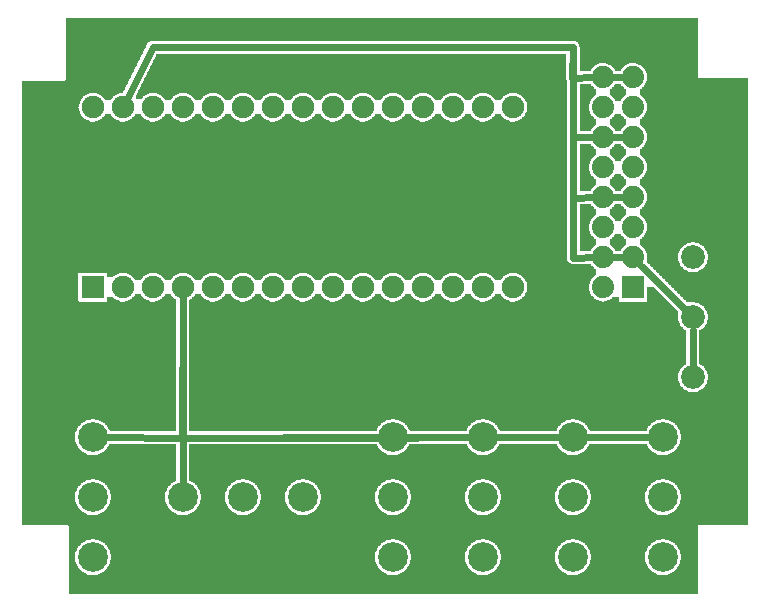
<source format=gbl>
G04 MADE WITH FRITZING*
G04 WWW.FRITZING.ORG*
G04 DOUBLE SIDED*
G04 HOLES PLATED*
G04 CONTOUR ON CENTER OF CONTOUR VECTOR*
%ASAXBY*%
%FSLAX23Y23*%
%MOIN*%
%OFA0B0*%
%SFA1.0B1.0*%
%ADD10C,0.075000*%
%ADD11C,0.099055*%
%ADD12C,0.079370*%
%ADD13C,0.074000*%
%ADD14R,0.075000X0.075000*%
%ADD15R,0.074000X0.074000*%
%ADD16C,0.024000*%
%LNCOPPER0*%
G90*
G70*
G54D10*
X1949Y1880D03*
X276Y1062D03*
X276Y1662D03*
X376Y1062D03*
X376Y1662D03*
X476Y1062D03*
X476Y1662D03*
X576Y1062D03*
X576Y1662D03*
X676Y1062D03*
X676Y1662D03*
X776Y1062D03*
X776Y1662D03*
X876Y1062D03*
X876Y1662D03*
X976Y1062D03*
X976Y1662D03*
X1076Y1062D03*
X1076Y1662D03*
X1176Y1062D03*
X1176Y1662D03*
X1276Y1062D03*
X1276Y1662D03*
X1376Y1062D03*
X1376Y1662D03*
X1476Y1062D03*
X1476Y1662D03*
X1576Y1062D03*
X1576Y1662D03*
X1676Y1062D03*
X1676Y1662D03*
G54D11*
X2176Y562D03*
X2176Y362D03*
X2176Y162D03*
G54D12*
X2276Y1162D03*
X2276Y962D03*
X2276Y762D03*
G54D11*
X1876Y562D03*
X1876Y362D03*
X1876Y162D03*
X1276Y562D03*
X1276Y362D03*
X1276Y162D03*
X976Y362D03*
X776Y362D03*
X576Y362D03*
X276Y562D03*
X276Y362D03*
X276Y162D03*
X1576Y562D03*
X1576Y362D03*
X1576Y162D03*
G54D13*
X1976Y1062D03*
X1976Y1162D03*
X1976Y1262D03*
X1976Y1362D03*
X1976Y1462D03*
X1976Y1562D03*
X1976Y1662D03*
X1976Y1762D03*
X2076Y1062D03*
X2076Y1162D03*
X2076Y1262D03*
X2076Y1362D03*
X2076Y1462D03*
X2076Y1562D03*
X2076Y1662D03*
X2076Y1762D03*
G54D14*
X276Y1062D03*
G54D15*
X2076Y1062D03*
G54D16*
X575Y561D02*
X576Y1033D01*
D02*
X317Y562D02*
X575Y561D01*
D02*
X1236Y562D02*
X575Y561D01*
D02*
X575Y561D02*
X576Y1033D01*
D02*
X576Y402D02*
X576Y1033D01*
D02*
X1536Y562D02*
X575Y561D01*
D02*
X575Y561D02*
X576Y1033D01*
D02*
X575Y561D02*
X576Y1033D01*
D02*
X1836Y562D02*
X575Y561D01*
D02*
X575Y561D02*
X576Y1033D01*
D02*
X2136Y562D02*
X575Y561D01*
D02*
X1875Y1761D02*
X1877Y1862D01*
D02*
X1945Y1762D02*
X1875Y1761D01*
D02*
X476Y1862D02*
X387Y1682D01*
D02*
X1877Y1862D02*
X476Y1862D01*
D02*
X1877Y1862D02*
X1877Y1562D01*
D02*
X387Y1682D02*
X476Y1862D01*
D02*
X476Y1862D02*
X1877Y1862D01*
D02*
X1877Y1562D02*
X1951Y1562D01*
D02*
X1877Y1361D02*
X1951Y1362D01*
D02*
X387Y1682D02*
X476Y1862D01*
D02*
X476Y1862D02*
X1877Y1862D01*
D02*
X1877Y1862D02*
X1877Y1361D01*
D02*
X387Y1682D02*
X476Y1862D01*
D02*
X1877Y1862D02*
X1877Y1161D01*
D02*
X1877Y1161D02*
X1951Y1162D01*
D02*
X476Y1862D02*
X1877Y1862D01*
D02*
X2002Y1762D02*
X2051Y1762D01*
D02*
X2002Y1562D02*
X2051Y1562D01*
D02*
X2002Y1362D02*
X2051Y1362D01*
D02*
X2002Y1162D02*
X2051Y1162D01*
D02*
X2276Y802D02*
X2276Y921D01*
D02*
X2094Y1144D02*
X2259Y980D01*
G36*
X1900Y1740D02*
X1900Y1584D01*
X1936Y1584D01*
X1936Y1588D01*
X1938Y1588D01*
X1938Y1590D01*
X1940Y1590D01*
X1940Y1592D01*
X1942Y1592D01*
X1942Y1594D01*
X1944Y1594D01*
X1944Y1596D01*
X1946Y1596D01*
X1946Y1598D01*
X1948Y1598D01*
X1948Y1600D01*
X1950Y1600D01*
X1950Y1602D01*
X1954Y1602D01*
X1954Y1622D01*
X1950Y1622D01*
X1950Y1624D01*
X1948Y1624D01*
X1948Y1626D01*
X1946Y1626D01*
X1946Y1628D01*
X1942Y1628D01*
X1942Y1632D01*
X1940Y1632D01*
X1940Y1634D01*
X1938Y1634D01*
X1938Y1636D01*
X1936Y1636D01*
X1936Y1640D01*
X1934Y1640D01*
X1934Y1644D01*
X1932Y1644D01*
X1932Y1650D01*
X1930Y1650D01*
X1930Y1674D01*
X1932Y1674D01*
X1932Y1680D01*
X1934Y1680D01*
X1934Y1684D01*
X1936Y1684D01*
X1936Y1688D01*
X1938Y1688D01*
X1938Y1690D01*
X1940Y1690D01*
X1940Y1692D01*
X1942Y1692D01*
X1942Y1694D01*
X1944Y1694D01*
X1944Y1696D01*
X1946Y1696D01*
X1946Y1698D01*
X1948Y1698D01*
X1948Y1700D01*
X1950Y1700D01*
X1950Y1702D01*
X1954Y1702D01*
X1954Y1722D01*
X1950Y1722D01*
X1950Y1724D01*
X1948Y1724D01*
X1948Y1726D01*
X1946Y1726D01*
X1946Y1728D01*
X1942Y1728D01*
X1942Y1732D01*
X1940Y1732D01*
X1940Y1734D01*
X1938Y1734D01*
X1938Y1736D01*
X1936Y1736D01*
X1936Y1740D01*
X1900Y1740D01*
G37*
D02*
G36*
X2016Y1738D02*
X2016Y1736D01*
X2014Y1736D01*
X2014Y1732D01*
X2012Y1732D01*
X2012Y1730D01*
X2010Y1730D01*
X2010Y1728D01*
X2008Y1728D01*
X2008Y1726D01*
X2006Y1726D01*
X2006Y1724D01*
X2002Y1724D01*
X2002Y1722D01*
X2000Y1722D01*
X2000Y1702D01*
X2002Y1702D01*
X2002Y1700D01*
X2004Y1700D01*
X2004Y1698D01*
X2008Y1698D01*
X2008Y1696D01*
X2010Y1696D01*
X2010Y1694D01*
X2012Y1694D01*
X2012Y1690D01*
X2014Y1690D01*
X2014Y1688D01*
X2016Y1688D01*
X2016Y1684D01*
X2036Y1684D01*
X2036Y1688D01*
X2038Y1688D01*
X2038Y1690D01*
X2040Y1690D01*
X2040Y1692D01*
X2042Y1692D01*
X2042Y1694D01*
X2044Y1694D01*
X2044Y1696D01*
X2046Y1696D01*
X2046Y1698D01*
X2048Y1698D01*
X2048Y1700D01*
X2050Y1700D01*
X2050Y1702D01*
X2054Y1702D01*
X2054Y1722D01*
X2050Y1722D01*
X2050Y1724D01*
X2048Y1724D01*
X2048Y1726D01*
X2046Y1726D01*
X2046Y1728D01*
X2042Y1728D01*
X2042Y1732D01*
X2040Y1732D01*
X2040Y1734D01*
X2038Y1734D01*
X2038Y1736D01*
X2036Y1736D01*
X2036Y1738D01*
X2016Y1738D01*
G37*
D02*
G36*
X2016Y1638D02*
X2016Y1636D01*
X2014Y1636D01*
X2014Y1632D01*
X2012Y1632D01*
X2012Y1630D01*
X2010Y1630D01*
X2010Y1628D01*
X2008Y1628D01*
X2008Y1626D01*
X2006Y1626D01*
X2006Y1624D01*
X2002Y1624D01*
X2002Y1622D01*
X2000Y1622D01*
X2000Y1602D01*
X2002Y1602D01*
X2002Y1600D01*
X2004Y1600D01*
X2004Y1598D01*
X2008Y1598D01*
X2008Y1596D01*
X2010Y1596D01*
X2010Y1594D01*
X2012Y1594D01*
X2012Y1590D01*
X2014Y1590D01*
X2014Y1588D01*
X2016Y1588D01*
X2016Y1584D01*
X2036Y1584D01*
X2036Y1588D01*
X2038Y1588D01*
X2038Y1590D01*
X2040Y1590D01*
X2040Y1592D01*
X2042Y1592D01*
X2042Y1594D01*
X2044Y1594D01*
X2044Y1596D01*
X2046Y1596D01*
X2046Y1598D01*
X2048Y1598D01*
X2048Y1600D01*
X2050Y1600D01*
X2050Y1602D01*
X2054Y1602D01*
X2054Y1622D01*
X2050Y1622D01*
X2050Y1624D01*
X2048Y1624D01*
X2048Y1626D01*
X2046Y1626D01*
X2046Y1628D01*
X2042Y1628D01*
X2042Y1632D01*
X2040Y1632D01*
X2040Y1634D01*
X2038Y1634D01*
X2038Y1636D01*
X2036Y1636D01*
X2036Y1638D01*
X2016Y1638D01*
G37*
D02*
G36*
X1900Y1540D02*
X1900Y1384D01*
X1936Y1384D01*
X1936Y1388D01*
X1938Y1388D01*
X1938Y1390D01*
X1940Y1390D01*
X1940Y1392D01*
X1942Y1392D01*
X1942Y1394D01*
X1944Y1394D01*
X1944Y1396D01*
X1946Y1396D01*
X1946Y1398D01*
X1948Y1398D01*
X1948Y1400D01*
X1950Y1400D01*
X1950Y1402D01*
X1954Y1402D01*
X1954Y1422D01*
X1950Y1422D01*
X1950Y1424D01*
X1948Y1424D01*
X1948Y1426D01*
X1946Y1426D01*
X1946Y1428D01*
X1942Y1428D01*
X1942Y1432D01*
X1940Y1432D01*
X1940Y1434D01*
X1938Y1434D01*
X1938Y1436D01*
X1936Y1436D01*
X1936Y1440D01*
X1934Y1440D01*
X1934Y1444D01*
X1932Y1444D01*
X1932Y1450D01*
X1930Y1450D01*
X1930Y1474D01*
X1932Y1474D01*
X1932Y1480D01*
X1934Y1480D01*
X1934Y1484D01*
X1936Y1484D01*
X1936Y1488D01*
X1938Y1488D01*
X1938Y1490D01*
X1940Y1490D01*
X1940Y1492D01*
X1942Y1492D01*
X1942Y1494D01*
X1944Y1494D01*
X1944Y1496D01*
X1946Y1496D01*
X1946Y1498D01*
X1948Y1498D01*
X1948Y1500D01*
X1950Y1500D01*
X1950Y1502D01*
X1954Y1502D01*
X1954Y1522D01*
X1950Y1522D01*
X1950Y1524D01*
X1948Y1524D01*
X1948Y1526D01*
X1946Y1526D01*
X1946Y1528D01*
X1942Y1528D01*
X1942Y1532D01*
X1940Y1532D01*
X1940Y1534D01*
X1938Y1534D01*
X1938Y1536D01*
X1936Y1536D01*
X1936Y1540D01*
X1900Y1540D01*
G37*
D02*
G36*
X2016Y1538D02*
X2016Y1536D01*
X2014Y1536D01*
X2014Y1532D01*
X2012Y1532D01*
X2012Y1530D01*
X2010Y1530D01*
X2010Y1528D01*
X2008Y1528D01*
X2008Y1526D01*
X2006Y1526D01*
X2006Y1524D01*
X2002Y1524D01*
X2002Y1522D01*
X2000Y1522D01*
X2000Y1502D01*
X2002Y1502D01*
X2002Y1500D01*
X2004Y1500D01*
X2004Y1498D01*
X2008Y1498D01*
X2008Y1496D01*
X2010Y1496D01*
X2010Y1494D01*
X2012Y1494D01*
X2012Y1490D01*
X2014Y1490D01*
X2014Y1488D01*
X2016Y1488D01*
X2016Y1484D01*
X2036Y1484D01*
X2036Y1488D01*
X2038Y1488D01*
X2038Y1490D01*
X2040Y1490D01*
X2040Y1492D01*
X2042Y1492D01*
X2042Y1494D01*
X2044Y1494D01*
X2044Y1496D01*
X2046Y1496D01*
X2046Y1498D01*
X2048Y1498D01*
X2048Y1500D01*
X2050Y1500D01*
X2050Y1502D01*
X2054Y1502D01*
X2054Y1522D01*
X2050Y1522D01*
X2050Y1524D01*
X2048Y1524D01*
X2048Y1526D01*
X2046Y1526D01*
X2046Y1528D01*
X2042Y1528D01*
X2042Y1532D01*
X2040Y1532D01*
X2040Y1534D01*
X2038Y1534D01*
X2038Y1536D01*
X2036Y1536D01*
X2036Y1538D01*
X2016Y1538D01*
G37*
D02*
G36*
X2016Y1438D02*
X2016Y1436D01*
X2014Y1436D01*
X2014Y1432D01*
X2012Y1432D01*
X2012Y1430D01*
X2010Y1430D01*
X2010Y1428D01*
X2008Y1428D01*
X2008Y1426D01*
X2006Y1426D01*
X2006Y1424D01*
X2002Y1424D01*
X2002Y1422D01*
X2000Y1422D01*
X2000Y1402D01*
X2002Y1402D01*
X2002Y1400D01*
X2004Y1400D01*
X2004Y1398D01*
X2008Y1398D01*
X2008Y1396D01*
X2010Y1396D01*
X2010Y1394D01*
X2012Y1394D01*
X2012Y1390D01*
X2014Y1390D01*
X2014Y1388D01*
X2016Y1388D01*
X2016Y1384D01*
X2036Y1384D01*
X2036Y1388D01*
X2038Y1388D01*
X2038Y1390D01*
X2040Y1390D01*
X2040Y1392D01*
X2042Y1392D01*
X2042Y1394D01*
X2044Y1394D01*
X2044Y1396D01*
X2046Y1396D01*
X2046Y1398D01*
X2048Y1398D01*
X2048Y1400D01*
X2050Y1400D01*
X2050Y1402D01*
X2054Y1402D01*
X2054Y1422D01*
X2050Y1422D01*
X2050Y1424D01*
X2048Y1424D01*
X2048Y1426D01*
X2046Y1426D01*
X2046Y1428D01*
X2042Y1428D01*
X2042Y1432D01*
X2040Y1432D01*
X2040Y1434D01*
X2038Y1434D01*
X2038Y1436D01*
X2036Y1436D01*
X2036Y1438D01*
X2016Y1438D01*
G37*
D02*
G36*
X1900Y1340D02*
X1900Y1184D01*
X1936Y1184D01*
X1936Y1188D01*
X1938Y1188D01*
X1938Y1190D01*
X1940Y1190D01*
X1940Y1192D01*
X1942Y1192D01*
X1942Y1194D01*
X1944Y1194D01*
X1944Y1196D01*
X1946Y1196D01*
X1946Y1198D01*
X1948Y1198D01*
X1948Y1200D01*
X1950Y1200D01*
X1950Y1202D01*
X1954Y1202D01*
X1954Y1222D01*
X1950Y1222D01*
X1950Y1224D01*
X1948Y1224D01*
X1948Y1226D01*
X1946Y1226D01*
X1946Y1228D01*
X1942Y1228D01*
X1942Y1232D01*
X1940Y1232D01*
X1940Y1234D01*
X1938Y1234D01*
X1938Y1236D01*
X1936Y1236D01*
X1936Y1240D01*
X1934Y1240D01*
X1934Y1244D01*
X1932Y1244D01*
X1932Y1250D01*
X1930Y1250D01*
X1930Y1274D01*
X1932Y1274D01*
X1932Y1280D01*
X1934Y1280D01*
X1934Y1284D01*
X1936Y1284D01*
X1936Y1288D01*
X1938Y1288D01*
X1938Y1290D01*
X1940Y1290D01*
X1940Y1292D01*
X1942Y1292D01*
X1942Y1294D01*
X1944Y1294D01*
X1944Y1296D01*
X1946Y1296D01*
X1946Y1298D01*
X1948Y1298D01*
X1948Y1300D01*
X1950Y1300D01*
X1950Y1302D01*
X1954Y1302D01*
X1954Y1322D01*
X1950Y1322D01*
X1950Y1324D01*
X1948Y1324D01*
X1948Y1326D01*
X1946Y1326D01*
X1946Y1328D01*
X1942Y1328D01*
X1942Y1332D01*
X1940Y1332D01*
X1940Y1334D01*
X1938Y1334D01*
X1938Y1336D01*
X1936Y1336D01*
X1936Y1340D01*
X1900Y1340D01*
G37*
D02*
G36*
X2016Y1338D02*
X2016Y1336D01*
X2014Y1336D01*
X2014Y1332D01*
X2012Y1332D01*
X2012Y1330D01*
X2010Y1330D01*
X2010Y1328D01*
X2008Y1328D01*
X2008Y1326D01*
X2006Y1326D01*
X2006Y1324D01*
X2002Y1324D01*
X2002Y1322D01*
X2000Y1322D01*
X2000Y1302D01*
X2002Y1302D01*
X2002Y1300D01*
X2004Y1300D01*
X2004Y1298D01*
X2008Y1298D01*
X2008Y1296D01*
X2010Y1296D01*
X2010Y1294D01*
X2012Y1294D01*
X2012Y1290D01*
X2014Y1290D01*
X2014Y1288D01*
X2016Y1288D01*
X2016Y1284D01*
X2036Y1284D01*
X2036Y1288D01*
X2038Y1288D01*
X2038Y1290D01*
X2040Y1290D01*
X2040Y1292D01*
X2042Y1292D01*
X2042Y1294D01*
X2044Y1294D01*
X2044Y1296D01*
X2046Y1296D01*
X2046Y1298D01*
X2048Y1298D01*
X2048Y1300D01*
X2050Y1300D01*
X2050Y1302D01*
X2054Y1302D01*
X2054Y1322D01*
X2050Y1322D01*
X2050Y1324D01*
X2048Y1324D01*
X2048Y1326D01*
X2046Y1326D01*
X2046Y1328D01*
X2042Y1328D01*
X2042Y1332D01*
X2040Y1332D01*
X2040Y1334D01*
X2038Y1334D01*
X2038Y1336D01*
X2036Y1336D01*
X2036Y1338D01*
X2016Y1338D01*
G37*
D02*
G36*
X2016Y1238D02*
X2016Y1236D01*
X2014Y1236D01*
X2014Y1232D01*
X2012Y1232D01*
X2012Y1230D01*
X2010Y1230D01*
X2010Y1228D01*
X2008Y1228D01*
X2008Y1226D01*
X2006Y1226D01*
X2006Y1224D01*
X2002Y1224D01*
X2002Y1222D01*
X2000Y1222D01*
X2000Y1202D01*
X2002Y1202D01*
X2002Y1200D01*
X2004Y1200D01*
X2004Y1198D01*
X2008Y1198D01*
X2008Y1196D01*
X2010Y1196D01*
X2010Y1194D01*
X2012Y1194D01*
X2012Y1190D01*
X2014Y1190D01*
X2014Y1188D01*
X2016Y1188D01*
X2016Y1184D01*
X2036Y1184D01*
X2036Y1188D01*
X2038Y1188D01*
X2038Y1190D01*
X2040Y1190D01*
X2040Y1192D01*
X2042Y1192D01*
X2042Y1194D01*
X2044Y1194D01*
X2044Y1196D01*
X2046Y1196D01*
X2046Y1198D01*
X2048Y1198D01*
X2048Y1200D01*
X2050Y1200D01*
X2050Y1202D01*
X2054Y1202D01*
X2054Y1222D01*
X2050Y1222D01*
X2050Y1224D01*
X2048Y1224D01*
X2048Y1226D01*
X2046Y1226D01*
X2046Y1228D01*
X2042Y1228D01*
X2042Y1232D01*
X2040Y1232D01*
X2040Y1234D01*
X2038Y1234D01*
X2038Y1236D01*
X2036Y1236D01*
X2036Y1238D01*
X2016Y1238D01*
G37*
D02*
G36*
X186Y1960D02*
X186Y1884D01*
X1882Y1884D01*
X1882Y1882D01*
X1888Y1882D01*
X1888Y1880D01*
X1890Y1880D01*
X1890Y1878D01*
X1892Y1878D01*
X1892Y1876D01*
X1894Y1876D01*
X1894Y1874D01*
X1896Y1874D01*
X1896Y1870D01*
X1898Y1870D01*
X1898Y1862D01*
X1900Y1862D01*
X1900Y1808D01*
X2088Y1808D01*
X2088Y1806D01*
X2094Y1806D01*
X2094Y1804D01*
X2098Y1804D01*
X2098Y1802D01*
X2102Y1802D01*
X2102Y1800D01*
X2104Y1800D01*
X2104Y1798D01*
X2108Y1798D01*
X2108Y1796D01*
X2110Y1796D01*
X2110Y1794D01*
X2112Y1794D01*
X2112Y1790D01*
X2114Y1790D01*
X2114Y1788D01*
X2116Y1788D01*
X2116Y1784D01*
X2118Y1784D01*
X2118Y1782D01*
X2120Y1782D01*
X2120Y1776D01*
X2122Y1776D01*
X2122Y1768D01*
X2124Y1768D01*
X2124Y1756D01*
X2122Y1756D01*
X2122Y1748D01*
X2120Y1748D01*
X2120Y1742D01*
X2118Y1742D01*
X2118Y1738D01*
X2116Y1738D01*
X2116Y1736D01*
X2114Y1736D01*
X2114Y1732D01*
X2112Y1732D01*
X2112Y1730D01*
X2110Y1730D01*
X2110Y1728D01*
X2108Y1728D01*
X2108Y1726D01*
X2106Y1726D01*
X2106Y1724D01*
X2102Y1724D01*
X2102Y1722D01*
X2100Y1722D01*
X2100Y1702D01*
X2102Y1702D01*
X2102Y1700D01*
X2104Y1700D01*
X2104Y1698D01*
X2108Y1698D01*
X2108Y1696D01*
X2110Y1696D01*
X2110Y1694D01*
X2112Y1694D01*
X2112Y1690D01*
X2114Y1690D01*
X2114Y1688D01*
X2116Y1688D01*
X2116Y1684D01*
X2118Y1684D01*
X2118Y1682D01*
X2120Y1682D01*
X2120Y1676D01*
X2122Y1676D01*
X2122Y1668D01*
X2124Y1668D01*
X2124Y1656D01*
X2122Y1656D01*
X2122Y1648D01*
X2120Y1648D01*
X2120Y1642D01*
X2118Y1642D01*
X2118Y1638D01*
X2116Y1638D01*
X2116Y1636D01*
X2114Y1636D01*
X2114Y1632D01*
X2112Y1632D01*
X2112Y1630D01*
X2110Y1630D01*
X2110Y1628D01*
X2108Y1628D01*
X2108Y1626D01*
X2106Y1626D01*
X2106Y1624D01*
X2102Y1624D01*
X2102Y1622D01*
X2100Y1622D01*
X2100Y1602D01*
X2102Y1602D01*
X2102Y1600D01*
X2104Y1600D01*
X2104Y1598D01*
X2108Y1598D01*
X2108Y1596D01*
X2110Y1596D01*
X2110Y1594D01*
X2112Y1594D01*
X2112Y1590D01*
X2114Y1590D01*
X2114Y1588D01*
X2116Y1588D01*
X2116Y1584D01*
X2118Y1584D01*
X2118Y1582D01*
X2120Y1582D01*
X2120Y1576D01*
X2122Y1576D01*
X2122Y1568D01*
X2124Y1568D01*
X2124Y1556D01*
X2122Y1556D01*
X2122Y1548D01*
X2120Y1548D01*
X2120Y1542D01*
X2118Y1542D01*
X2118Y1538D01*
X2116Y1538D01*
X2116Y1536D01*
X2114Y1536D01*
X2114Y1532D01*
X2112Y1532D01*
X2112Y1530D01*
X2110Y1530D01*
X2110Y1528D01*
X2108Y1528D01*
X2108Y1526D01*
X2106Y1526D01*
X2106Y1524D01*
X2102Y1524D01*
X2102Y1522D01*
X2100Y1522D01*
X2100Y1502D01*
X2102Y1502D01*
X2102Y1500D01*
X2104Y1500D01*
X2104Y1498D01*
X2108Y1498D01*
X2108Y1496D01*
X2110Y1496D01*
X2110Y1494D01*
X2112Y1494D01*
X2112Y1490D01*
X2114Y1490D01*
X2114Y1488D01*
X2116Y1488D01*
X2116Y1484D01*
X2118Y1484D01*
X2118Y1482D01*
X2120Y1482D01*
X2120Y1476D01*
X2122Y1476D01*
X2122Y1468D01*
X2124Y1468D01*
X2124Y1456D01*
X2122Y1456D01*
X2122Y1448D01*
X2120Y1448D01*
X2120Y1442D01*
X2118Y1442D01*
X2118Y1438D01*
X2116Y1438D01*
X2116Y1436D01*
X2114Y1436D01*
X2114Y1432D01*
X2112Y1432D01*
X2112Y1430D01*
X2110Y1430D01*
X2110Y1428D01*
X2108Y1428D01*
X2108Y1426D01*
X2106Y1426D01*
X2106Y1424D01*
X2102Y1424D01*
X2102Y1422D01*
X2100Y1422D01*
X2100Y1402D01*
X2102Y1402D01*
X2102Y1400D01*
X2104Y1400D01*
X2104Y1398D01*
X2108Y1398D01*
X2108Y1396D01*
X2110Y1396D01*
X2110Y1394D01*
X2112Y1394D01*
X2112Y1390D01*
X2114Y1390D01*
X2114Y1388D01*
X2116Y1388D01*
X2116Y1384D01*
X2118Y1384D01*
X2118Y1382D01*
X2120Y1382D01*
X2120Y1376D01*
X2122Y1376D01*
X2122Y1368D01*
X2124Y1368D01*
X2124Y1356D01*
X2122Y1356D01*
X2122Y1348D01*
X2120Y1348D01*
X2120Y1342D01*
X2118Y1342D01*
X2118Y1338D01*
X2116Y1338D01*
X2116Y1336D01*
X2114Y1336D01*
X2114Y1332D01*
X2112Y1332D01*
X2112Y1330D01*
X2110Y1330D01*
X2110Y1328D01*
X2108Y1328D01*
X2108Y1326D01*
X2106Y1326D01*
X2106Y1324D01*
X2102Y1324D01*
X2102Y1322D01*
X2100Y1322D01*
X2100Y1302D01*
X2102Y1302D01*
X2102Y1300D01*
X2104Y1300D01*
X2104Y1298D01*
X2108Y1298D01*
X2108Y1296D01*
X2110Y1296D01*
X2110Y1294D01*
X2112Y1294D01*
X2112Y1290D01*
X2114Y1290D01*
X2114Y1288D01*
X2116Y1288D01*
X2116Y1284D01*
X2118Y1284D01*
X2118Y1282D01*
X2120Y1282D01*
X2120Y1276D01*
X2122Y1276D01*
X2122Y1268D01*
X2124Y1268D01*
X2124Y1256D01*
X2122Y1256D01*
X2122Y1248D01*
X2120Y1248D01*
X2120Y1242D01*
X2118Y1242D01*
X2118Y1238D01*
X2116Y1238D01*
X2116Y1236D01*
X2114Y1236D01*
X2114Y1232D01*
X2112Y1232D01*
X2112Y1230D01*
X2110Y1230D01*
X2110Y1228D01*
X2108Y1228D01*
X2108Y1226D01*
X2106Y1226D01*
X2106Y1224D01*
X2102Y1224D01*
X2102Y1222D01*
X2100Y1222D01*
X2100Y1212D01*
X2282Y1212D01*
X2282Y1210D01*
X2290Y1210D01*
X2290Y1208D01*
X2296Y1208D01*
X2296Y1206D01*
X2300Y1206D01*
X2300Y1204D01*
X2304Y1204D01*
X2304Y1202D01*
X2306Y1202D01*
X2306Y1200D01*
X2308Y1200D01*
X2308Y1198D01*
X2312Y1198D01*
X2312Y1196D01*
X2314Y1196D01*
X2314Y1192D01*
X2316Y1192D01*
X2316Y1190D01*
X2318Y1190D01*
X2318Y1186D01*
X2320Y1186D01*
X2320Y1184D01*
X2322Y1184D01*
X2322Y1178D01*
X2324Y1178D01*
X2324Y1172D01*
X2326Y1172D01*
X2326Y1152D01*
X2324Y1152D01*
X2324Y1146D01*
X2322Y1146D01*
X2322Y1140D01*
X2320Y1140D01*
X2320Y1136D01*
X2318Y1136D01*
X2318Y1134D01*
X2316Y1134D01*
X2316Y1130D01*
X2314Y1130D01*
X2314Y1128D01*
X2312Y1128D01*
X2312Y1126D01*
X2310Y1126D01*
X2310Y1124D01*
X2308Y1124D01*
X2308Y1122D01*
X2304Y1122D01*
X2304Y1120D01*
X2302Y1120D01*
X2302Y1118D01*
X2298Y1118D01*
X2298Y1116D01*
X2292Y1116D01*
X2292Y1114D01*
X2286Y1114D01*
X2286Y1112D01*
X2460Y1112D01*
X2460Y1760D01*
X2292Y1760D01*
X2292Y1960D01*
X186Y1960D01*
G37*
D02*
G36*
X186Y1884D02*
X186Y1752D01*
X184Y1752D01*
X184Y1750D01*
X40Y1750D01*
X40Y1710D01*
X280Y1710D01*
X280Y1708D01*
X290Y1708D01*
X290Y1706D01*
X296Y1706D01*
X296Y1704D01*
X300Y1704D01*
X300Y1702D01*
X302Y1702D01*
X302Y1700D01*
X306Y1700D01*
X306Y1698D01*
X308Y1698D01*
X308Y1696D01*
X310Y1696D01*
X310Y1694D01*
X312Y1694D01*
X312Y1692D01*
X314Y1692D01*
X314Y1690D01*
X316Y1690D01*
X316Y1686D01*
X336Y1686D01*
X336Y1688D01*
X338Y1688D01*
X338Y1690D01*
X340Y1690D01*
X340Y1694D01*
X342Y1694D01*
X342Y1696D01*
X344Y1696D01*
X344Y1698D01*
X348Y1698D01*
X348Y1700D01*
X350Y1700D01*
X350Y1702D01*
X354Y1702D01*
X354Y1704D01*
X356Y1704D01*
X356Y1706D01*
X362Y1706D01*
X362Y1708D01*
X372Y1708D01*
X372Y1710D01*
X376Y1710D01*
X376Y1712D01*
X378Y1712D01*
X378Y1716D01*
X380Y1716D01*
X380Y1720D01*
X382Y1720D01*
X382Y1724D01*
X384Y1724D01*
X384Y1728D01*
X386Y1728D01*
X386Y1732D01*
X388Y1732D01*
X388Y1736D01*
X390Y1736D01*
X390Y1740D01*
X392Y1740D01*
X392Y1744D01*
X394Y1744D01*
X394Y1748D01*
X396Y1748D01*
X396Y1752D01*
X398Y1752D01*
X398Y1756D01*
X400Y1756D01*
X400Y1760D01*
X402Y1760D01*
X402Y1764D01*
X404Y1764D01*
X404Y1768D01*
X406Y1768D01*
X406Y1772D01*
X408Y1772D01*
X408Y1776D01*
X410Y1776D01*
X410Y1780D01*
X412Y1780D01*
X412Y1784D01*
X414Y1784D01*
X414Y1788D01*
X416Y1788D01*
X416Y1792D01*
X418Y1792D01*
X418Y1796D01*
X420Y1796D01*
X420Y1800D01*
X422Y1800D01*
X422Y1804D01*
X424Y1804D01*
X424Y1808D01*
X426Y1808D01*
X426Y1812D01*
X428Y1812D01*
X428Y1816D01*
X430Y1816D01*
X430Y1820D01*
X432Y1820D01*
X432Y1824D01*
X434Y1824D01*
X434Y1828D01*
X436Y1828D01*
X436Y1832D01*
X438Y1832D01*
X438Y1836D01*
X440Y1836D01*
X440Y1840D01*
X442Y1840D01*
X442Y1844D01*
X444Y1844D01*
X444Y1848D01*
X446Y1848D01*
X446Y1852D01*
X448Y1852D01*
X448Y1856D01*
X450Y1856D01*
X450Y1860D01*
X452Y1860D01*
X452Y1864D01*
X454Y1864D01*
X454Y1868D01*
X456Y1868D01*
X456Y1872D01*
X458Y1872D01*
X458Y1876D01*
X460Y1876D01*
X460Y1878D01*
X462Y1878D01*
X462Y1880D01*
X466Y1880D01*
X466Y1882D01*
X470Y1882D01*
X470Y1884D01*
X186Y1884D01*
G37*
D02*
G36*
X490Y1840D02*
X490Y1838D01*
X488Y1838D01*
X488Y1834D01*
X486Y1834D01*
X486Y1830D01*
X484Y1830D01*
X484Y1826D01*
X482Y1826D01*
X482Y1822D01*
X480Y1822D01*
X480Y1818D01*
X478Y1818D01*
X478Y1814D01*
X476Y1814D01*
X476Y1810D01*
X474Y1810D01*
X474Y1806D01*
X472Y1806D01*
X472Y1802D01*
X470Y1802D01*
X470Y1798D01*
X468Y1798D01*
X468Y1794D01*
X466Y1794D01*
X466Y1790D01*
X464Y1790D01*
X464Y1786D01*
X462Y1786D01*
X462Y1782D01*
X460Y1782D01*
X460Y1778D01*
X458Y1778D01*
X458Y1774D01*
X456Y1774D01*
X456Y1770D01*
X454Y1770D01*
X454Y1766D01*
X452Y1766D01*
X452Y1762D01*
X450Y1762D01*
X450Y1758D01*
X448Y1758D01*
X448Y1754D01*
X446Y1754D01*
X446Y1750D01*
X444Y1750D01*
X444Y1746D01*
X442Y1746D01*
X442Y1742D01*
X440Y1742D01*
X440Y1738D01*
X438Y1738D01*
X438Y1734D01*
X436Y1734D01*
X436Y1730D01*
X434Y1730D01*
X434Y1726D01*
X432Y1726D01*
X432Y1722D01*
X430Y1722D01*
X430Y1718D01*
X428Y1718D01*
X428Y1714D01*
X426Y1714D01*
X426Y1710D01*
X1680Y1710D01*
X1680Y1708D01*
X1690Y1708D01*
X1690Y1706D01*
X1696Y1706D01*
X1696Y1704D01*
X1700Y1704D01*
X1700Y1702D01*
X1702Y1702D01*
X1702Y1700D01*
X1706Y1700D01*
X1706Y1698D01*
X1708Y1698D01*
X1708Y1696D01*
X1710Y1696D01*
X1710Y1694D01*
X1712Y1694D01*
X1712Y1692D01*
X1714Y1692D01*
X1714Y1690D01*
X1716Y1690D01*
X1716Y1686D01*
X1718Y1686D01*
X1718Y1682D01*
X1720Y1682D01*
X1720Y1678D01*
X1722Y1678D01*
X1722Y1670D01*
X1724Y1670D01*
X1724Y1654D01*
X1722Y1654D01*
X1722Y1646D01*
X1720Y1646D01*
X1720Y1642D01*
X1718Y1642D01*
X1718Y1638D01*
X1716Y1638D01*
X1716Y1634D01*
X1714Y1634D01*
X1714Y1632D01*
X1712Y1632D01*
X1712Y1630D01*
X1710Y1630D01*
X1710Y1628D01*
X1708Y1628D01*
X1708Y1626D01*
X1706Y1626D01*
X1706Y1624D01*
X1704Y1624D01*
X1704Y1622D01*
X1700Y1622D01*
X1700Y1620D01*
X1696Y1620D01*
X1696Y1618D01*
X1692Y1618D01*
X1692Y1616D01*
X1684Y1616D01*
X1684Y1614D01*
X1856Y1614D01*
X1856Y1752D01*
X1854Y1752D01*
X1854Y1840D01*
X490Y1840D01*
G37*
D02*
G36*
X1900Y1808D02*
X1900Y1784D01*
X1936Y1784D01*
X1936Y1788D01*
X1938Y1788D01*
X1938Y1790D01*
X1940Y1790D01*
X1940Y1792D01*
X1942Y1792D01*
X1942Y1794D01*
X1944Y1794D01*
X1944Y1796D01*
X1946Y1796D01*
X1946Y1798D01*
X1948Y1798D01*
X1948Y1800D01*
X1950Y1800D01*
X1950Y1802D01*
X1954Y1802D01*
X1954Y1804D01*
X1958Y1804D01*
X1958Y1806D01*
X1964Y1806D01*
X1964Y1808D01*
X1900Y1808D01*
G37*
D02*
G36*
X1988Y1808D02*
X1988Y1806D01*
X1994Y1806D01*
X1994Y1804D01*
X1998Y1804D01*
X1998Y1802D01*
X2002Y1802D01*
X2002Y1800D01*
X2004Y1800D01*
X2004Y1798D01*
X2008Y1798D01*
X2008Y1796D01*
X2010Y1796D01*
X2010Y1794D01*
X2012Y1794D01*
X2012Y1790D01*
X2014Y1790D01*
X2014Y1788D01*
X2016Y1788D01*
X2016Y1784D01*
X2036Y1784D01*
X2036Y1788D01*
X2038Y1788D01*
X2038Y1790D01*
X2040Y1790D01*
X2040Y1792D01*
X2042Y1792D01*
X2042Y1794D01*
X2044Y1794D01*
X2044Y1796D01*
X2046Y1796D01*
X2046Y1798D01*
X2048Y1798D01*
X2048Y1800D01*
X2050Y1800D01*
X2050Y1802D01*
X2054Y1802D01*
X2054Y1804D01*
X2058Y1804D01*
X2058Y1806D01*
X2064Y1806D01*
X2064Y1808D01*
X1988Y1808D01*
G37*
D02*
G36*
X40Y1710D02*
X40Y1614D01*
X268Y1614D01*
X268Y1616D01*
X262Y1616D01*
X262Y1618D01*
X256Y1618D01*
X256Y1620D01*
X252Y1620D01*
X252Y1622D01*
X250Y1622D01*
X250Y1624D01*
X246Y1624D01*
X246Y1626D01*
X244Y1626D01*
X244Y1628D01*
X242Y1628D01*
X242Y1630D01*
X240Y1630D01*
X240Y1632D01*
X238Y1632D01*
X238Y1636D01*
X236Y1636D01*
X236Y1640D01*
X234Y1640D01*
X234Y1642D01*
X232Y1642D01*
X232Y1648D01*
X230Y1648D01*
X230Y1660D01*
X228Y1660D01*
X228Y1664D01*
X230Y1664D01*
X230Y1674D01*
X232Y1674D01*
X232Y1680D01*
X234Y1680D01*
X234Y1684D01*
X236Y1684D01*
X236Y1688D01*
X238Y1688D01*
X238Y1690D01*
X240Y1690D01*
X240Y1694D01*
X242Y1694D01*
X242Y1696D01*
X244Y1696D01*
X244Y1698D01*
X248Y1698D01*
X248Y1700D01*
X250Y1700D01*
X250Y1702D01*
X254Y1702D01*
X254Y1704D01*
X256Y1704D01*
X256Y1706D01*
X262Y1706D01*
X262Y1708D01*
X272Y1708D01*
X272Y1710D01*
X40Y1710D01*
G37*
D02*
G36*
X424Y1710D02*
X424Y1706D01*
X422Y1706D01*
X422Y1702D01*
X420Y1702D01*
X420Y1690D01*
X440Y1690D01*
X440Y1694D01*
X442Y1694D01*
X442Y1696D01*
X444Y1696D01*
X444Y1698D01*
X448Y1698D01*
X448Y1700D01*
X450Y1700D01*
X450Y1702D01*
X454Y1702D01*
X454Y1704D01*
X456Y1704D01*
X456Y1706D01*
X462Y1706D01*
X462Y1708D01*
X472Y1708D01*
X472Y1710D01*
X424Y1710D01*
G37*
D02*
G36*
X480Y1710D02*
X480Y1708D01*
X490Y1708D01*
X490Y1706D01*
X496Y1706D01*
X496Y1704D01*
X500Y1704D01*
X500Y1702D01*
X502Y1702D01*
X502Y1700D01*
X506Y1700D01*
X506Y1698D01*
X508Y1698D01*
X508Y1696D01*
X510Y1696D01*
X510Y1694D01*
X512Y1694D01*
X512Y1692D01*
X514Y1692D01*
X514Y1690D01*
X516Y1690D01*
X516Y1686D01*
X536Y1686D01*
X536Y1688D01*
X538Y1688D01*
X538Y1690D01*
X540Y1690D01*
X540Y1694D01*
X542Y1694D01*
X542Y1696D01*
X544Y1696D01*
X544Y1698D01*
X548Y1698D01*
X548Y1700D01*
X550Y1700D01*
X550Y1702D01*
X554Y1702D01*
X554Y1704D01*
X556Y1704D01*
X556Y1706D01*
X562Y1706D01*
X562Y1708D01*
X572Y1708D01*
X572Y1710D01*
X480Y1710D01*
G37*
D02*
G36*
X580Y1710D02*
X580Y1708D01*
X590Y1708D01*
X590Y1706D01*
X596Y1706D01*
X596Y1704D01*
X600Y1704D01*
X600Y1702D01*
X602Y1702D01*
X602Y1700D01*
X606Y1700D01*
X606Y1698D01*
X608Y1698D01*
X608Y1696D01*
X610Y1696D01*
X610Y1694D01*
X612Y1694D01*
X612Y1692D01*
X614Y1692D01*
X614Y1690D01*
X616Y1690D01*
X616Y1686D01*
X636Y1686D01*
X636Y1688D01*
X638Y1688D01*
X638Y1690D01*
X640Y1690D01*
X640Y1694D01*
X642Y1694D01*
X642Y1696D01*
X644Y1696D01*
X644Y1698D01*
X648Y1698D01*
X648Y1700D01*
X650Y1700D01*
X650Y1702D01*
X654Y1702D01*
X654Y1704D01*
X656Y1704D01*
X656Y1706D01*
X662Y1706D01*
X662Y1708D01*
X672Y1708D01*
X672Y1710D01*
X580Y1710D01*
G37*
D02*
G36*
X680Y1710D02*
X680Y1708D01*
X690Y1708D01*
X690Y1706D01*
X696Y1706D01*
X696Y1704D01*
X700Y1704D01*
X700Y1702D01*
X702Y1702D01*
X702Y1700D01*
X706Y1700D01*
X706Y1698D01*
X708Y1698D01*
X708Y1696D01*
X710Y1696D01*
X710Y1694D01*
X712Y1694D01*
X712Y1692D01*
X714Y1692D01*
X714Y1690D01*
X716Y1690D01*
X716Y1686D01*
X736Y1686D01*
X736Y1688D01*
X738Y1688D01*
X738Y1690D01*
X740Y1690D01*
X740Y1694D01*
X742Y1694D01*
X742Y1696D01*
X744Y1696D01*
X744Y1698D01*
X748Y1698D01*
X748Y1700D01*
X750Y1700D01*
X750Y1702D01*
X754Y1702D01*
X754Y1704D01*
X756Y1704D01*
X756Y1706D01*
X762Y1706D01*
X762Y1708D01*
X772Y1708D01*
X772Y1710D01*
X680Y1710D01*
G37*
D02*
G36*
X780Y1710D02*
X780Y1708D01*
X790Y1708D01*
X790Y1706D01*
X796Y1706D01*
X796Y1704D01*
X800Y1704D01*
X800Y1702D01*
X802Y1702D01*
X802Y1700D01*
X806Y1700D01*
X806Y1698D01*
X808Y1698D01*
X808Y1696D01*
X810Y1696D01*
X810Y1694D01*
X812Y1694D01*
X812Y1692D01*
X814Y1692D01*
X814Y1690D01*
X816Y1690D01*
X816Y1686D01*
X836Y1686D01*
X836Y1688D01*
X838Y1688D01*
X838Y1690D01*
X840Y1690D01*
X840Y1694D01*
X842Y1694D01*
X842Y1696D01*
X844Y1696D01*
X844Y1698D01*
X848Y1698D01*
X848Y1700D01*
X850Y1700D01*
X850Y1702D01*
X854Y1702D01*
X854Y1704D01*
X856Y1704D01*
X856Y1706D01*
X862Y1706D01*
X862Y1708D01*
X872Y1708D01*
X872Y1710D01*
X780Y1710D01*
G37*
D02*
G36*
X880Y1710D02*
X880Y1708D01*
X890Y1708D01*
X890Y1706D01*
X896Y1706D01*
X896Y1704D01*
X900Y1704D01*
X900Y1702D01*
X902Y1702D01*
X902Y1700D01*
X906Y1700D01*
X906Y1698D01*
X908Y1698D01*
X908Y1696D01*
X910Y1696D01*
X910Y1694D01*
X912Y1694D01*
X912Y1692D01*
X914Y1692D01*
X914Y1690D01*
X916Y1690D01*
X916Y1686D01*
X936Y1686D01*
X936Y1688D01*
X938Y1688D01*
X938Y1690D01*
X940Y1690D01*
X940Y1694D01*
X942Y1694D01*
X942Y1696D01*
X944Y1696D01*
X944Y1698D01*
X948Y1698D01*
X948Y1700D01*
X950Y1700D01*
X950Y1702D01*
X954Y1702D01*
X954Y1704D01*
X956Y1704D01*
X956Y1706D01*
X962Y1706D01*
X962Y1708D01*
X972Y1708D01*
X972Y1710D01*
X880Y1710D01*
G37*
D02*
G36*
X980Y1710D02*
X980Y1708D01*
X990Y1708D01*
X990Y1706D01*
X996Y1706D01*
X996Y1704D01*
X1000Y1704D01*
X1000Y1702D01*
X1002Y1702D01*
X1002Y1700D01*
X1006Y1700D01*
X1006Y1698D01*
X1008Y1698D01*
X1008Y1696D01*
X1010Y1696D01*
X1010Y1694D01*
X1012Y1694D01*
X1012Y1692D01*
X1014Y1692D01*
X1014Y1690D01*
X1016Y1690D01*
X1016Y1686D01*
X1036Y1686D01*
X1036Y1688D01*
X1038Y1688D01*
X1038Y1690D01*
X1040Y1690D01*
X1040Y1694D01*
X1042Y1694D01*
X1042Y1696D01*
X1044Y1696D01*
X1044Y1698D01*
X1048Y1698D01*
X1048Y1700D01*
X1050Y1700D01*
X1050Y1702D01*
X1054Y1702D01*
X1054Y1704D01*
X1056Y1704D01*
X1056Y1706D01*
X1062Y1706D01*
X1062Y1708D01*
X1072Y1708D01*
X1072Y1710D01*
X980Y1710D01*
G37*
D02*
G36*
X1080Y1710D02*
X1080Y1708D01*
X1090Y1708D01*
X1090Y1706D01*
X1096Y1706D01*
X1096Y1704D01*
X1100Y1704D01*
X1100Y1702D01*
X1102Y1702D01*
X1102Y1700D01*
X1106Y1700D01*
X1106Y1698D01*
X1108Y1698D01*
X1108Y1696D01*
X1110Y1696D01*
X1110Y1694D01*
X1112Y1694D01*
X1112Y1692D01*
X1114Y1692D01*
X1114Y1690D01*
X1116Y1690D01*
X1116Y1686D01*
X1136Y1686D01*
X1136Y1688D01*
X1138Y1688D01*
X1138Y1690D01*
X1140Y1690D01*
X1140Y1694D01*
X1142Y1694D01*
X1142Y1696D01*
X1144Y1696D01*
X1144Y1698D01*
X1148Y1698D01*
X1148Y1700D01*
X1150Y1700D01*
X1150Y1702D01*
X1154Y1702D01*
X1154Y1704D01*
X1156Y1704D01*
X1156Y1706D01*
X1162Y1706D01*
X1162Y1708D01*
X1172Y1708D01*
X1172Y1710D01*
X1080Y1710D01*
G37*
D02*
G36*
X1180Y1710D02*
X1180Y1708D01*
X1190Y1708D01*
X1190Y1706D01*
X1196Y1706D01*
X1196Y1704D01*
X1200Y1704D01*
X1200Y1702D01*
X1202Y1702D01*
X1202Y1700D01*
X1206Y1700D01*
X1206Y1698D01*
X1208Y1698D01*
X1208Y1696D01*
X1210Y1696D01*
X1210Y1694D01*
X1212Y1694D01*
X1212Y1692D01*
X1214Y1692D01*
X1214Y1690D01*
X1216Y1690D01*
X1216Y1686D01*
X1236Y1686D01*
X1236Y1688D01*
X1238Y1688D01*
X1238Y1690D01*
X1240Y1690D01*
X1240Y1694D01*
X1242Y1694D01*
X1242Y1696D01*
X1244Y1696D01*
X1244Y1698D01*
X1248Y1698D01*
X1248Y1700D01*
X1250Y1700D01*
X1250Y1702D01*
X1254Y1702D01*
X1254Y1704D01*
X1256Y1704D01*
X1256Y1706D01*
X1262Y1706D01*
X1262Y1708D01*
X1272Y1708D01*
X1272Y1710D01*
X1180Y1710D01*
G37*
D02*
G36*
X1280Y1710D02*
X1280Y1708D01*
X1290Y1708D01*
X1290Y1706D01*
X1296Y1706D01*
X1296Y1704D01*
X1300Y1704D01*
X1300Y1702D01*
X1302Y1702D01*
X1302Y1700D01*
X1306Y1700D01*
X1306Y1698D01*
X1308Y1698D01*
X1308Y1696D01*
X1310Y1696D01*
X1310Y1694D01*
X1312Y1694D01*
X1312Y1692D01*
X1314Y1692D01*
X1314Y1690D01*
X1316Y1690D01*
X1316Y1686D01*
X1336Y1686D01*
X1336Y1688D01*
X1338Y1688D01*
X1338Y1690D01*
X1340Y1690D01*
X1340Y1694D01*
X1342Y1694D01*
X1342Y1696D01*
X1344Y1696D01*
X1344Y1698D01*
X1348Y1698D01*
X1348Y1700D01*
X1350Y1700D01*
X1350Y1702D01*
X1354Y1702D01*
X1354Y1704D01*
X1356Y1704D01*
X1356Y1706D01*
X1362Y1706D01*
X1362Y1708D01*
X1372Y1708D01*
X1372Y1710D01*
X1280Y1710D01*
G37*
D02*
G36*
X1380Y1710D02*
X1380Y1708D01*
X1390Y1708D01*
X1390Y1706D01*
X1396Y1706D01*
X1396Y1704D01*
X1400Y1704D01*
X1400Y1702D01*
X1402Y1702D01*
X1402Y1700D01*
X1406Y1700D01*
X1406Y1698D01*
X1408Y1698D01*
X1408Y1696D01*
X1410Y1696D01*
X1410Y1694D01*
X1412Y1694D01*
X1412Y1692D01*
X1414Y1692D01*
X1414Y1690D01*
X1416Y1690D01*
X1416Y1686D01*
X1436Y1686D01*
X1436Y1688D01*
X1438Y1688D01*
X1438Y1690D01*
X1440Y1690D01*
X1440Y1694D01*
X1442Y1694D01*
X1442Y1696D01*
X1444Y1696D01*
X1444Y1698D01*
X1448Y1698D01*
X1448Y1700D01*
X1450Y1700D01*
X1450Y1702D01*
X1454Y1702D01*
X1454Y1704D01*
X1456Y1704D01*
X1456Y1706D01*
X1462Y1706D01*
X1462Y1708D01*
X1472Y1708D01*
X1472Y1710D01*
X1380Y1710D01*
G37*
D02*
G36*
X1480Y1710D02*
X1480Y1708D01*
X1490Y1708D01*
X1490Y1706D01*
X1496Y1706D01*
X1496Y1704D01*
X1500Y1704D01*
X1500Y1702D01*
X1502Y1702D01*
X1502Y1700D01*
X1506Y1700D01*
X1506Y1698D01*
X1508Y1698D01*
X1508Y1696D01*
X1510Y1696D01*
X1510Y1694D01*
X1512Y1694D01*
X1512Y1692D01*
X1514Y1692D01*
X1514Y1690D01*
X1516Y1690D01*
X1516Y1686D01*
X1536Y1686D01*
X1536Y1688D01*
X1538Y1688D01*
X1538Y1690D01*
X1540Y1690D01*
X1540Y1694D01*
X1542Y1694D01*
X1542Y1696D01*
X1544Y1696D01*
X1544Y1698D01*
X1548Y1698D01*
X1548Y1700D01*
X1550Y1700D01*
X1550Y1702D01*
X1554Y1702D01*
X1554Y1704D01*
X1556Y1704D01*
X1556Y1706D01*
X1562Y1706D01*
X1562Y1708D01*
X1572Y1708D01*
X1572Y1710D01*
X1480Y1710D01*
G37*
D02*
G36*
X1580Y1710D02*
X1580Y1708D01*
X1590Y1708D01*
X1590Y1706D01*
X1596Y1706D01*
X1596Y1704D01*
X1600Y1704D01*
X1600Y1702D01*
X1602Y1702D01*
X1602Y1700D01*
X1606Y1700D01*
X1606Y1698D01*
X1608Y1698D01*
X1608Y1696D01*
X1610Y1696D01*
X1610Y1694D01*
X1612Y1694D01*
X1612Y1692D01*
X1614Y1692D01*
X1614Y1690D01*
X1616Y1690D01*
X1616Y1686D01*
X1636Y1686D01*
X1636Y1688D01*
X1638Y1688D01*
X1638Y1690D01*
X1640Y1690D01*
X1640Y1694D01*
X1642Y1694D01*
X1642Y1696D01*
X1644Y1696D01*
X1644Y1698D01*
X1648Y1698D01*
X1648Y1700D01*
X1650Y1700D01*
X1650Y1702D01*
X1654Y1702D01*
X1654Y1704D01*
X1656Y1704D01*
X1656Y1706D01*
X1662Y1706D01*
X1662Y1708D01*
X1672Y1708D01*
X1672Y1710D01*
X1580Y1710D01*
G37*
D02*
G36*
X316Y1638D02*
X316Y1634D01*
X314Y1634D01*
X314Y1632D01*
X312Y1632D01*
X312Y1630D01*
X310Y1630D01*
X310Y1628D01*
X308Y1628D01*
X308Y1626D01*
X306Y1626D01*
X306Y1624D01*
X304Y1624D01*
X304Y1622D01*
X300Y1622D01*
X300Y1620D01*
X296Y1620D01*
X296Y1618D01*
X292Y1618D01*
X292Y1616D01*
X284Y1616D01*
X284Y1614D01*
X368Y1614D01*
X368Y1616D01*
X362Y1616D01*
X362Y1618D01*
X356Y1618D01*
X356Y1620D01*
X352Y1620D01*
X352Y1622D01*
X350Y1622D01*
X350Y1624D01*
X346Y1624D01*
X346Y1626D01*
X344Y1626D01*
X344Y1628D01*
X342Y1628D01*
X342Y1630D01*
X340Y1630D01*
X340Y1632D01*
X338Y1632D01*
X338Y1636D01*
X336Y1636D01*
X336Y1638D01*
X316Y1638D01*
G37*
D02*
G36*
X416Y1638D02*
X416Y1634D01*
X414Y1634D01*
X414Y1632D01*
X412Y1632D01*
X412Y1630D01*
X410Y1630D01*
X410Y1628D01*
X408Y1628D01*
X408Y1626D01*
X406Y1626D01*
X406Y1624D01*
X404Y1624D01*
X404Y1622D01*
X400Y1622D01*
X400Y1620D01*
X396Y1620D01*
X396Y1618D01*
X392Y1618D01*
X392Y1616D01*
X384Y1616D01*
X384Y1614D01*
X468Y1614D01*
X468Y1616D01*
X462Y1616D01*
X462Y1618D01*
X456Y1618D01*
X456Y1620D01*
X452Y1620D01*
X452Y1622D01*
X450Y1622D01*
X450Y1624D01*
X446Y1624D01*
X446Y1626D01*
X444Y1626D01*
X444Y1628D01*
X442Y1628D01*
X442Y1630D01*
X440Y1630D01*
X440Y1632D01*
X438Y1632D01*
X438Y1636D01*
X436Y1636D01*
X436Y1638D01*
X416Y1638D01*
G37*
D02*
G36*
X516Y1638D02*
X516Y1634D01*
X514Y1634D01*
X514Y1632D01*
X512Y1632D01*
X512Y1630D01*
X510Y1630D01*
X510Y1628D01*
X508Y1628D01*
X508Y1626D01*
X506Y1626D01*
X506Y1624D01*
X504Y1624D01*
X504Y1622D01*
X500Y1622D01*
X500Y1620D01*
X496Y1620D01*
X496Y1618D01*
X492Y1618D01*
X492Y1616D01*
X484Y1616D01*
X484Y1614D01*
X568Y1614D01*
X568Y1616D01*
X562Y1616D01*
X562Y1618D01*
X556Y1618D01*
X556Y1620D01*
X552Y1620D01*
X552Y1622D01*
X550Y1622D01*
X550Y1624D01*
X546Y1624D01*
X546Y1626D01*
X544Y1626D01*
X544Y1628D01*
X542Y1628D01*
X542Y1630D01*
X540Y1630D01*
X540Y1632D01*
X538Y1632D01*
X538Y1636D01*
X536Y1636D01*
X536Y1638D01*
X516Y1638D01*
G37*
D02*
G36*
X616Y1638D02*
X616Y1634D01*
X614Y1634D01*
X614Y1632D01*
X612Y1632D01*
X612Y1630D01*
X610Y1630D01*
X610Y1628D01*
X608Y1628D01*
X608Y1626D01*
X606Y1626D01*
X606Y1624D01*
X604Y1624D01*
X604Y1622D01*
X600Y1622D01*
X600Y1620D01*
X596Y1620D01*
X596Y1618D01*
X592Y1618D01*
X592Y1616D01*
X584Y1616D01*
X584Y1614D01*
X668Y1614D01*
X668Y1616D01*
X662Y1616D01*
X662Y1618D01*
X656Y1618D01*
X656Y1620D01*
X652Y1620D01*
X652Y1622D01*
X650Y1622D01*
X650Y1624D01*
X646Y1624D01*
X646Y1626D01*
X644Y1626D01*
X644Y1628D01*
X642Y1628D01*
X642Y1630D01*
X640Y1630D01*
X640Y1632D01*
X638Y1632D01*
X638Y1636D01*
X636Y1636D01*
X636Y1638D01*
X616Y1638D01*
G37*
D02*
G36*
X716Y1638D02*
X716Y1634D01*
X714Y1634D01*
X714Y1632D01*
X712Y1632D01*
X712Y1630D01*
X710Y1630D01*
X710Y1628D01*
X708Y1628D01*
X708Y1626D01*
X706Y1626D01*
X706Y1624D01*
X704Y1624D01*
X704Y1622D01*
X700Y1622D01*
X700Y1620D01*
X696Y1620D01*
X696Y1618D01*
X692Y1618D01*
X692Y1616D01*
X684Y1616D01*
X684Y1614D01*
X768Y1614D01*
X768Y1616D01*
X762Y1616D01*
X762Y1618D01*
X756Y1618D01*
X756Y1620D01*
X752Y1620D01*
X752Y1622D01*
X750Y1622D01*
X750Y1624D01*
X746Y1624D01*
X746Y1626D01*
X744Y1626D01*
X744Y1628D01*
X742Y1628D01*
X742Y1630D01*
X740Y1630D01*
X740Y1632D01*
X738Y1632D01*
X738Y1636D01*
X736Y1636D01*
X736Y1638D01*
X716Y1638D01*
G37*
D02*
G36*
X816Y1638D02*
X816Y1634D01*
X814Y1634D01*
X814Y1632D01*
X812Y1632D01*
X812Y1630D01*
X810Y1630D01*
X810Y1628D01*
X808Y1628D01*
X808Y1626D01*
X806Y1626D01*
X806Y1624D01*
X804Y1624D01*
X804Y1622D01*
X800Y1622D01*
X800Y1620D01*
X796Y1620D01*
X796Y1618D01*
X792Y1618D01*
X792Y1616D01*
X784Y1616D01*
X784Y1614D01*
X868Y1614D01*
X868Y1616D01*
X862Y1616D01*
X862Y1618D01*
X856Y1618D01*
X856Y1620D01*
X852Y1620D01*
X852Y1622D01*
X850Y1622D01*
X850Y1624D01*
X846Y1624D01*
X846Y1626D01*
X844Y1626D01*
X844Y1628D01*
X842Y1628D01*
X842Y1630D01*
X840Y1630D01*
X840Y1632D01*
X838Y1632D01*
X838Y1636D01*
X836Y1636D01*
X836Y1638D01*
X816Y1638D01*
G37*
D02*
G36*
X916Y1638D02*
X916Y1634D01*
X914Y1634D01*
X914Y1632D01*
X912Y1632D01*
X912Y1630D01*
X910Y1630D01*
X910Y1628D01*
X908Y1628D01*
X908Y1626D01*
X906Y1626D01*
X906Y1624D01*
X904Y1624D01*
X904Y1622D01*
X900Y1622D01*
X900Y1620D01*
X896Y1620D01*
X896Y1618D01*
X892Y1618D01*
X892Y1616D01*
X884Y1616D01*
X884Y1614D01*
X968Y1614D01*
X968Y1616D01*
X962Y1616D01*
X962Y1618D01*
X956Y1618D01*
X956Y1620D01*
X952Y1620D01*
X952Y1622D01*
X950Y1622D01*
X950Y1624D01*
X946Y1624D01*
X946Y1626D01*
X944Y1626D01*
X944Y1628D01*
X942Y1628D01*
X942Y1630D01*
X940Y1630D01*
X940Y1632D01*
X938Y1632D01*
X938Y1636D01*
X936Y1636D01*
X936Y1638D01*
X916Y1638D01*
G37*
D02*
G36*
X1016Y1638D02*
X1016Y1634D01*
X1014Y1634D01*
X1014Y1632D01*
X1012Y1632D01*
X1012Y1630D01*
X1010Y1630D01*
X1010Y1628D01*
X1008Y1628D01*
X1008Y1626D01*
X1006Y1626D01*
X1006Y1624D01*
X1004Y1624D01*
X1004Y1622D01*
X1000Y1622D01*
X1000Y1620D01*
X996Y1620D01*
X996Y1618D01*
X992Y1618D01*
X992Y1616D01*
X984Y1616D01*
X984Y1614D01*
X1068Y1614D01*
X1068Y1616D01*
X1062Y1616D01*
X1062Y1618D01*
X1056Y1618D01*
X1056Y1620D01*
X1052Y1620D01*
X1052Y1622D01*
X1050Y1622D01*
X1050Y1624D01*
X1046Y1624D01*
X1046Y1626D01*
X1044Y1626D01*
X1044Y1628D01*
X1042Y1628D01*
X1042Y1630D01*
X1040Y1630D01*
X1040Y1632D01*
X1038Y1632D01*
X1038Y1636D01*
X1036Y1636D01*
X1036Y1638D01*
X1016Y1638D01*
G37*
D02*
G36*
X1116Y1638D02*
X1116Y1634D01*
X1114Y1634D01*
X1114Y1632D01*
X1112Y1632D01*
X1112Y1630D01*
X1110Y1630D01*
X1110Y1628D01*
X1108Y1628D01*
X1108Y1626D01*
X1106Y1626D01*
X1106Y1624D01*
X1104Y1624D01*
X1104Y1622D01*
X1100Y1622D01*
X1100Y1620D01*
X1096Y1620D01*
X1096Y1618D01*
X1092Y1618D01*
X1092Y1616D01*
X1084Y1616D01*
X1084Y1614D01*
X1168Y1614D01*
X1168Y1616D01*
X1162Y1616D01*
X1162Y1618D01*
X1156Y1618D01*
X1156Y1620D01*
X1152Y1620D01*
X1152Y1622D01*
X1150Y1622D01*
X1150Y1624D01*
X1146Y1624D01*
X1146Y1626D01*
X1144Y1626D01*
X1144Y1628D01*
X1142Y1628D01*
X1142Y1630D01*
X1140Y1630D01*
X1140Y1632D01*
X1138Y1632D01*
X1138Y1636D01*
X1136Y1636D01*
X1136Y1638D01*
X1116Y1638D01*
G37*
D02*
G36*
X1216Y1638D02*
X1216Y1634D01*
X1214Y1634D01*
X1214Y1632D01*
X1212Y1632D01*
X1212Y1630D01*
X1210Y1630D01*
X1210Y1628D01*
X1208Y1628D01*
X1208Y1626D01*
X1206Y1626D01*
X1206Y1624D01*
X1204Y1624D01*
X1204Y1622D01*
X1200Y1622D01*
X1200Y1620D01*
X1196Y1620D01*
X1196Y1618D01*
X1192Y1618D01*
X1192Y1616D01*
X1184Y1616D01*
X1184Y1614D01*
X1268Y1614D01*
X1268Y1616D01*
X1262Y1616D01*
X1262Y1618D01*
X1256Y1618D01*
X1256Y1620D01*
X1252Y1620D01*
X1252Y1622D01*
X1250Y1622D01*
X1250Y1624D01*
X1246Y1624D01*
X1246Y1626D01*
X1244Y1626D01*
X1244Y1628D01*
X1242Y1628D01*
X1242Y1630D01*
X1240Y1630D01*
X1240Y1632D01*
X1238Y1632D01*
X1238Y1636D01*
X1236Y1636D01*
X1236Y1638D01*
X1216Y1638D01*
G37*
D02*
G36*
X1316Y1638D02*
X1316Y1634D01*
X1314Y1634D01*
X1314Y1632D01*
X1312Y1632D01*
X1312Y1630D01*
X1310Y1630D01*
X1310Y1628D01*
X1308Y1628D01*
X1308Y1626D01*
X1306Y1626D01*
X1306Y1624D01*
X1304Y1624D01*
X1304Y1622D01*
X1300Y1622D01*
X1300Y1620D01*
X1296Y1620D01*
X1296Y1618D01*
X1292Y1618D01*
X1292Y1616D01*
X1284Y1616D01*
X1284Y1614D01*
X1368Y1614D01*
X1368Y1616D01*
X1362Y1616D01*
X1362Y1618D01*
X1356Y1618D01*
X1356Y1620D01*
X1352Y1620D01*
X1352Y1622D01*
X1350Y1622D01*
X1350Y1624D01*
X1346Y1624D01*
X1346Y1626D01*
X1344Y1626D01*
X1344Y1628D01*
X1342Y1628D01*
X1342Y1630D01*
X1340Y1630D01*
X1340Y1632D01*
X1338Y1632D01*
X1338Y1636D01*
X1336Y1636D01*
X1336Y1638D01*
X1316Y1638D01*
G37*
D02*
G36*
X1416Y1638D02*
X1416Y1634D01*
X1414Y1634D01*
X1414Y1632D01*
X1412Y1632D01*
X1412Y1630D01*
X1410Y1630D01*
X1410Y1628D01*
X1408Y1628D01*
X1408Y1626D01*
X1406Y1626D01*
X1406Y1624D01*
X1404Y1624D01*
X1404Y1622D01*
X1400Y1622D01*
X1400Y1620D01*
X1396Y1620D01*
X1396Y1618D01*
X1392Y1618D01*
X1392Y1616D01*
X1384Y1616D01*
X1384Y1614D01*
X1468Y1614D01*
X1468Y1616D01*
X1462Y1616D01*
X1462Y1618D01*
X1456Y1618D01*
X1456Y1620D01*
X1452Y1620D01*
X1452Y1622D01*
X1450Y1622D01*
X1450Y1624D01*
X1446Y1624D01*
X1446Y1626D01*
X1444Y1626D01*
X1444Y1628D01*
X1442Y1628D01*
X1442Y1630D01*
X1440Y1630D01*
X1440Y1632D01*
X1438Y1632D01*
X1438Y1636D01*
X1436Y1636D01*
X1436Y1638D01*
X1416Y1638D01*
G37*
D02*
G36*
X1516Y1638D02*
X1516Y1634D01*
X1514Y1634D01*
X1514Y1632D01*
X1512Y1632D01*
X1512Y1630D01*
X1510Y1630D01*
X1510Y1628D01*
X1508Y1628D01*
X1508Y1626D01*
X1506Y1626D01*
X1506Y1624D01*
X1504Y1624D01*
X1504Y1622D01*
X1500Y1622D01*
X1500Y1620D01*
X1496Y1620D01*
X1496Y1618D01*
X1492Y1618D01*
X1492Y1616D01*
X1484Y1616D01*
X1484Y1614D01*
X1568Y1614D01*
X1568Y1616D01*
X1562Y1616D01*
X1562Y1618D01*
X1556Y1618D01*
X1556Y1620D01*
X1552Y1620D01*
X1552Y1622D01*
X1550Y1622D01*
X1550Y1624D01*
X1546Y1624D01*
X1546Y1626D01*
X1544Y1626D01*
X1544Y1628D01*
X1542Y1628D01*
X1542Y1630D01*
X1540Y1630D01*
X1540Y1632D01*
X1538Y1632D01*
X1538Y1636D01*
X1536Y1636D01*
X1536Y1638D01*
X1516Y1638D01*
G37*
D02*
G36*
X1616Y1638D02*
X1616Y1634D01*
X1614Y1634D01*
X1614Y1632D01*
X1612Y1632D01*
X1612Y1630D01*
X1610Y1630D01*
X1610Y1628D01*
X1608Y1628D01*
X1608Y1626D01*
X1606Y1626D01*
X1606Y1624D01*
X1604Y1624D01*
X1604Y1622D01*
X1600Y1622D01*
X1600Y1620D01*
X1596Y1620D01*
X1596Y1618D01*
X1592Y1618D01*
X1592Y1616D01*
X1584Y1616D01*
X1584Y1614D01*
X1668Y1614D01*
X1668Y1616D01*
X1662Y1616D01*
X1662Y1618D01*
X1656Y1618D01*
X1656Y1620D01*
X1652Y1620D01*
X1652Y1622D01*
X1650Y1622D01*
X1650Y1624D01*
X1646Y1624D01*
X1646Y1626D01*
X1644Y1626D01*
X1644Y1628D01*
X1642Y1628D01*
X1642Y1630D01*
X1640Y1630D01*
X1640Y1632D01*
X1638Y1632D01*
X1638Y1636D01*
X1636Y1636D01*
X1636Y1638D01*
X1616Y1638D01*
G37*
D02*
G36*
X40Y1614D02*
X40Y1612D01*
X1856Y1612D01*
X1856Y1614D01*
X40Y1614D01*
G37*
D02*
G36*
X40Y1614D02*
X40Y1612D01*
X1856Y1612D01*
X1856Y1614D01*
X40Y1614D01*
G37*
D02*
G36*
X40Y1614D02*
X40Y1612D01*
X1856Y1612D01*
X1856Y1614D01*
X40Y1614D01*
G37*
D02*
G36*
X40Y1614D02*
X40Y1612D01*
X1856Y1612D01*
X1856Y1614D01*
X40Y1614D01*
G37*
D02*
G36*
X40Y1614D02*
X40Y1612D01*
X1856Y1612D01*
X1856Y1614D01*
X40Y1614D01*
G37*
D02*
G36*
X40Y1614D02*
X40Y1612D01*
X1856Y1612D01*
X1856Y1614D01*
X40Y1614D01*
G37*
D02*
G36*
X40Y1614D02*
X40Y1612D01*
X1856Y1612D01*
X1856Y1614D01*
X40Y1614D01*
G37*
D02*
G36*
X40Y1614D02*
X40Y1612D01*
X1856Y1612D01*
X1856Y1614D01*
X40Y1614D01*
G37*
D02*
G36*
X40Y1614D02*
X40Y1612D01*
X1856Y1612D01*
X1856Y1614D01*
X40Y1614D01*
G37*
D02*
G36*
X40Y1614D02*
X40Y1612D01*
X1856Y1612D01*
X1856Y1614D01*
X40Y1614D01*
G37*
D02*
G36*
X40Y1614D02*
X40Y1612D01*
X1856Y1612D01*
X1856Y1614D01*
X40Y1614D01*
G37*
D02*
G36*
X40Y1614D02*
X40Y1612D01*
X1856Y1612D01*
X1856Y1614D01*
X40Y1614D01*
G37*
D02*
G36*
X40Y1614D02*
X40Y1612D01*
X1856Y1612D01*
X1856Y1614D01*
X40Y1614D01*
G37*
D02*
G36*
X40Y1614D02*
X40Y1612D01*
X1856Y1612D01*
X1856Y1614D01*
X40Y1614D01*
G37*
D02*
G36*
X40Y1614D02*
X40Y1612D01*
X1856Y1612D01*
X1856Y1614D01*
X40Y1614D01*
G37*
D02*
G36*
X40Y1614D02*
X40Y1612D01*
X1856Y1612D01*
X1856Y1614D01*
X40Y1614D01*
G37*
D02*
G36*
X40Y1612D02*
X40Y1110D01*
X1680Y1110D01*
X1680Y1108D01*
X1690Y1108D01*
X1690Y1106D01*
X1696Y1106D01*
X1696Y1104D01*
X1700Y1104D01*
X1700Y1102D01*
X1702Y1102D01*
X1702Y1100D01*
X1706Y1100D01*
X1706Y1098D01*
X1708Y1098D01*
X1708Y1096D01*
X1710Y1096D01*
X1710Y1094D01*
X1712Y1094D01*
X1712Y1092D01*
X1714Y1092D01*
X1714Y1090D01*
X1716Y1090D01*
X1716Y1086D01*
X1718Y1086D01*
X1718Y1082D01*
X1720Y1082D01*
X1720Y1078D01*
X1722Y1078D01*
X1722Y1070D01*
X1724Y1070D01*
X1724Y1054D01*
X1722Y1054D01*
X1722Y1046D01*
X1720Y1046D01*
X1720Y1042D01*
X1718Y1042D01*
X1718Y1038D01*
X1716Y1038D01*
X1716Y1034D01*
X1714Y1034D01*
X1714Y1032D01*
X1712Y1032D01*
X1712Y1030D01*
X1710Y1030D01*
X1710Y1028D01*
X1708Y1028D01*
X1708Y1026D01*
X1706Y1026D01*
X1706Y1024D01*
X1704Y1024D01*
X1704Y1022D01*
X1700Y1022D01*
X1700Y1020D01*
X1696Y1020D01*
X1696Y1018D01*
X1692Y1018D01*
X1692Y1016D01*
X1684Y1016D01*
X1684Y1014D01*
X1972Y1014D01*
X1972Y1016D01*
X1964Y1016D01*
X1964Y1018D01*
X1958Y1018D01*
X1958Y1020D01*
X1954Y1020D01*
X1954Y1022D01*
X1950Y1022D01*
X1950Y1024D01*
X1948Y1024D01*
X1948Y1026D01*
X1946Y1026D01*
X1946Y1028D01*
X1942Y1028D01*
X1942Y1032D01*
X1940Y1032D01*
X1940Y1034D01*
X1938Y1034D01*
X1938Y1036D01*
X1936Y1036D01*
X1936Y1040D01*
X1934Y1040D01*
X1934Y1044D01*
X1932Y1044D01*
X1932Y1050D01*
X1930Y1050D01*
X1930Y1074D01*
X1932Y1074D01*
X1932Y1080D01*
X1934Y1080D01*
X1934Y1084D01*
X1936Y1084D01*
X1936Y1088D01*
X1938Y1088D01*
X1938Y1090D01*
X1940Y1090D01*
X1940Y1092D01*
X1942Y1092D01*
X1942Y1094D01*
X1944Y1094D01*
X1944Y1096D01*
X1946Y1096D01*
X1946Y1098D01*
X1948Y1098D01*
X1948Y1100D01*
X1950Y1100D01*
X1950Y1102D01*
X1954Y1102D01*
X1954Y1122D01*
X1950Y1122D01*
X1950Y1124D01*
X1948Y1124D01*
X1948Y1126D01*
X1946Y1126D01*
X1946Y1128D01*
X1942Y1128D01*
X1942Y1132D01*
X1940Y1132D01*
X1940Y1134D01*
X1938Y1134D01*
X1938Y1136D01*
X1936Y1136D01*
X1936Y1140D01*
X1870Y1140D01*
X1870Y1142D01*
X1866Y1142D01*
X1866Y1144D01*
X1862Y1144D01*
X1862Y1146D01*
X1860Y1146D01*
X1860Y1150D01*
X1858Y1150D01*
X1858Y1152D01*
X1856Y1152D01*
X1856Y1612D01*
X40Y1612D01*
G37*
D02*
G36*
X2100Y1212D02*
X2100Y1202D01*
X2102Y1202D01*
X2102Y1200D01*
X2104Y1200D01*
X2104Y1198D01*
X2108Y1198D01*
X2108Y1196D01*
X2110Y1196D01*
X2110Y1194D01*
X2112Y1194D01*
X2112Y1190D01*
X2114Y1190D01*
X2114Y1188D01*
X2116Y1188D01*
X2116Y1184D01*
X2118Y1184D01*
X2118Y1182D01*
X2120Y1182D01*
X2120Y1176D01*
X2122Y1176D01*
X2122Y1168D01*
X2124Y1168D01*
X2124Y1144D01*
X2126Y1144D01*
X2126Y1142D01*
X2128Y1142D01*
X2128Y1140D01*
X2130Y1140D01*
X2130Y1138D01*
X2132Y1138D01*
X2132Y1136D01*
X2134Y1136D01*
X2134Y1134D01*
X2136Y1134D01*
X2136Y1132D01*
X2138Y1132D01*
X2138Y1130D01*
X2140Y1130D01*
X2140Y1128D01*
X2142Y1128D01*
X2142Y1126D01*
X2144Y1126D01*
X2144Y1124D01*
X2146Y1124D01*
X2146Y1122D01*
X2148Y1122D01*
X2148Y1120D01*
X2150Y1120D01*
X2150Y1118D01*
X2152Y1118D01*
X2152Y1116D01*
X2154Y1116D01*
X2154Y1114D01*
X2156Y1114D01*
X2156Y1112D01*
X2268Y1112D01*
X2268Y1114D01*
X2260Y1114D01*
X2260Y1116D01*
X2256Y1116D01*
X2256Y1118D01*
X2252Y1118D01*
X2252Y1120D01*
X2248Y1120D01*
X2248Y1122D01*
X2246Y1122D01*
X2246Y1124D01*
X2244Y1124D01*
X2244Y1126D01*
X2242Y1126D01*
X2242Y1128D01*
X2240Y1128D01*
X2240Y1130D01*
X2238Y1130D01*
X2238Y1132D01*
X2236Y1132D01*
X2236Y1134D01*
X2234Y1134D01*
X2234Y1138D01*
X2232Y1138D01*
X2232Y1142D01*
X2230Y1142D01*
X2230Y1148D01*
X2228Y1148D01*
X2228Y1158D01*
X2226Y1158D01*
X2226Y1166D01*
X2228Y1166D01*
X2228Y1176D01*
X2230Y1176D01*
X2230Y1182D01*
X2232Y1182D01*
X2232Y1186D01*
X2234Y1186D01*
X2234Y1188D01*
X2236Y1188D01*
X2236Y1192D01*
X2238Y1192D01*
X2238Y1194D01*
X2240Y1194D01*
X2240Y1196D01*
X2242Y1196D01*
X2242Y1198D01*
X2244Y1198D01*
X2244Y1200D01*
X2246Y1200D01*
X2246Y1202D01*
X2248Y1202D01*
X2248Y1204D01*
X2252Y1204D01*
X2252Y1206D01*
X2256Y1206D01*
X2256Y1208D01*
X2262Y1208D01*
X2262Y1210D01*
X2270Y1210D01*
X2270Y1212D01*
X2100Y1212D01*
G37*
D02*
G36*
X2158Y1112D02*
X2158Y1110D01*
X2460Y1110D01*
X2460Y1112D01*
X2158Y1112D01*
G37*
D02*
G36*
X2158Y1112D02*
X2158Y1110D01*
X2460Y1110D01*
X2460Y1112D01*
X2158Y1112D01*
G37*
D02*
G36*
X40Y1110D02*
X40Y1014D01*
X230Y1014D01*
X230Y1016D01*
X228Y1016D01*
X228Y1108D01*
X230Y1108D01*
X230Y1110D01*
X40Y1110D01*
G37*
D02*
G36*
X324Y1110D02*
X324Y1096D01*
X344Y1096D01*
X344Y1098D01*
X348Y1098D01*
X348Y1100D01*
X350Y1100D01*
X350Y1102D01*
X354Y1102D01*
X354Y1104D01*
X356Y1104D01*
X356Y1106D01*
X362Y1106D01*
X362Y1108D01*
X372Y1108D01*
X372Y1110D01*
X324Y1110D01*
G37*
D02*
G36*
X380Y1110D02*
X380Y1108D01*
X390Y1108D01*
X390Y1106D01*
X396Y1106D01*
X396Y1104D01*
X400Y1104D01*
X400Y1102D01*
X402Y1102D01*
X402Y1100D01*
X406Y1100D01*
X406Y1098D01*
X408Y1098D01*
X408Y1096D01*
X410Y1096D01*
X410Y1094D01*
X412Y1094D01*
X412Y1092D01*
X414Y1092D01*
X414Y1090D01*
X416Y1090D01*
X416Y1086D01*
X436Y1086D01*
X436Y1088D01*
X438Y1088D01*
X438Y1090D01*
X440Y1090D01*
X440Y1094D01*
X442Y1094D01*
X442Y1096D01*
X444Y1096D01*
X444Y1098D01*
X448Y1098D01*
X448Y1100D01*
X450Y1100D01*
X450Y1102D01*
X454Y1102D01*
X454Y1104D01*
X456Y1104D01*
X456Y1106D01*
X462Y1106D01*
X462Y1108D01*
X472Y1108D01*
X472Y1110D01*
X380Y1110D01*
G37*
D02*
G36*
X480Y1110D02*
X480Y1108D01*
X490Y1108D01*
X490Y1106D01*
X496Y1106D01*
X496Y1104D01*
X500Y1104D01*
X500Y1102D01*
X502Y1102D01*
X502Y1100D01*
X506Y1100D01*
X506Y1098D01*
X508Y1098D01*
X508Y1096D01*
X510Y1096D01*
X510Y1094D01*
X512Y1094D01*
X512Y1092D01*
X514Y1092D01*
X514Y1090D01*
X516Y1090D01*
X516Y1086D01*
X536Y1086D01*
X536Y1088D01*
X538Y1088D01*
X538Y1090D01*
X540Y1090D01*
X540Y1094D01*
X542Y1094D01*
X542Y1096D01*
X544Y1096D01*
X544Y1098D01*
X548Y1098D01*
X548Y1100D01*
X550Y1100D01*
X550Y1102D01*
X554Y1102D01*
X554Y1104D01*
X556Y1104D01*
X556Y1106D01*
X562Y1106D01*
X562Y1108D01*
X572Y1108D01*
X572Y1110D01*
X480Y1110D01*
G37*
D02*
G36*
X580Y1110D02*
X580Y1108D01*
X590Y1108D01*
X590Y1106D01*
X596Y1106D01*
X596Y1104D01*
X600Y1104D01*
X600Y1102D01*
X602Y1102D01*
X602Y1100D01*
X606Y1100D01*
X606Y1098D01*
X608Y1098D01*
X608Y1096D01*
X610Y1096D01*
X610Y1094D01*
X612Y1094D01*
X612Y1092D01*
X614Y1092D01*
X614Y1090D01*
X616Y1090D01*
X616Y1086D01*
X636Y1086D01*
X636Y1088D01*
X638Y1088D01*
X638Y1090D01*
X640Y1090D01*
X640Y1094D01*
X642Y1094D01*
X642Y1096D01*
X644Y1096D01*
X644Y1098D01*
X648Y1098D01*
X648Y1100D01*
X650Y1100D01*
X650Y1102D01*
X654Y1102D01*
X654Y1104D01*
X656Y1104D01*
X656Y1106D01*
X662Y1106D01*
X662Y1108D01*
X672Y1108D01*
X672Y1110D01*
X580Y1110D01*
G37*
D02*
G36*
X680Y1110D02*
X680Y1108D01*
X690Y1108D01*
X690Y1106D01*
X696Y1106D01*
X696Y1104D01*
X700Y1104D01*
X700Y1102D01*
X702Y1102D01*
X702Y1100D01*
X706Y1100D01*
X706Y1098D01*
X708Y1098D01*
X708Y1096D01*
X710Y1096D01*
X710Y1094D01*
X712Y1094D01*
X712Y1092D01*
X714Y1092D01*
X714Y1090D01*
X716Y1090D01*
X716Y1086D01*
X736Y1086D01*
X736Y1088D01*
X738Y1088D01*
X738Y1090D01*
X740Y1090D01*
X740Y1094D01*
X742Y1094D01*
X742Y1096D01*
X744Y1096D01*
X744Y1098D01*
X748Y1098D01*
X748Y1100D01*
X750Y1100D01*
X750Y1102D01*
X754Y1102D01*
X754Y1104D01*
X756Y1104D01*
X756Y1106D01*
X762Y1106D01*
X762Y1108D01*
X772Y1108D01*
X772Y1110D01*
X680Y1110D01*
G37*
D02*
G36*
X780Y1110D02*
X780Y1108D01*
X790Y1108D01*
X790Y1106D01*
X796Y1106D01*
X796Y1104D01*
X800Y1104D01*
X800Y1102D01*
X802Y1102D01*
X802Y1100D01*
X806Y1100D01*
X806Y1098D01*
X808Y1098D01*
X808Y1096D01*
X810Y1096D01*
X810Y1094D01*
X812Y1094D01*
X812Y1092D01*
X814Y1092D01*
X814Y1090D01*
X816Y1090D01*
X816Y1086D01*
X836Y1086D01*
X836Y1088D01*
X838Y1088D01*
X838Y1090D01*
X840Y1090D01*
X840Y1094D01*
X842Y1094D01*
X842Y1096D01*
X844Y1096D01*
X844Y1098D01*
X848Y1098D01*
X848Y1100D01*
X850Y1100D01*
X850Y1102D01*
X854Y1102D01*
X854Y1104D01*
X856Y1104D01*
X856Y1106D01*
X862Y1106D01*
X862Y1108D01*
X872Y1108D01*
X872Y1110D01*
X780Y1110D01*
G37*
D02*
G36*
X880Y1110D02*
X880Y1108D01*
X890Y1108D01*
X890Y1106D01*
X896Y1106D01*
X896Y1104D01*
X900Y1104D01*
X900Y1102D01*
X902Y1102D01*
X902Y1100D01*
X906Y1100D01*
X906Y1098D01*
X908Y1098D01*
X908Y1096D01*
X910Y1096D01*
X910Y1094D01*
X912Y1094D01*
X912Y1092D01*
X914Y1092D01*
X914Y1090D01*
X916Y1090D01*
X916Y1086D01*
X936Y1086D01*
X936Y1088D01*
X938Y1088D01*
X938Y1090D01*
X940Y1090D01*
X940Y1094D01*
X942Y1094D01*
X942Y1096D01*
X944Y1096D01*
X944Y1098D01*
X948Y1098D01*
X948Y1100D01*
X950Y1100D01*
X950Y1102D01*
X954Y1102D01*
X954Y1104D01*
X956Y1104D01*
X956Y1106D01*
X962Y1106D01*
X962Y1108D01*
X972Y1108D01*
X972Y1110D01*
X880Y1110D01*
G37*
D02*
G36*
X980Y1110D02*
X980Y1108D01*
X990Y1108D01*
X990Y1106D01*
X996Y1106D01*
X996Y1104D01*
X1000Y1104D01*
X1000Y1102D01*
X1002Y1102D01*
X1002Y1100D01*
X1006Y1100D01*
X1006Y1098D01*
X1008Y1098D01*
X1008Y1096D01*
X1010Y1096D01*
X1010Y1094D01*
X1012Y1094D01*
X1012Y1092D01*
X1014Y1092D01*
X1014Y1090D01*
X1016Y1090D01*
X1016Y1086D01*
X1036Y1086D01*
X1036Y1088D01*
X1038Y1088D01*
X1038Y1090D01*
X1040Y1090D01*
X1040Y1094D01*
X1042Y1094D01*
X1042Y1096D01*
X1044Y1096D01*
X1044Y1098D01*
X1048Y1098D01*
X1048Y1100D01*
X1050Y1100D01*
X1050Y1102D01*
X1054Y1102D01*
X1054Y1104D01*
X1056Y1104D01*
X1056Y1106D01*
X1062Y1106D01*
X1062Y1108D01*
X1072Y1108D01*
X1072Y1110D01*
X980Y1110D01*
G37*
D02*
G36*
X1080Y1110D02*
X1080Y1108D01*
X1090Y1108D01*
X1090Y1106D01*
X1096Y1106D01*
X1096Y1104D01*
X1100Y1104D01*
X1100Y1102D01*
X1102Y1102D01*
X1102Y1100D01*
X1106Y1100D01*
X1106Y1098D01*
X1108Y1098D01*
X1108Y1096D01*
X1110Y1096D01*
X1110Y1094D01*
X1112Y1094D01*
X1112Y1092D01*
X1114Y1092D01*
X1114Y1090D01*
X1116Y1090D01*
X1116Y1086D01*
X1136Y1086D01*
X1136Y1088D01*
X1138Y1088D01*
X1138Y1090D01*
X1140Y1090D01*
X1140Y1094D01*
X1142Y1094D01*
X1142Y1096D01*
X1144Y1096D01*
X1144Y1098D01*
X1148Y1098D01*
X1148Y1100D01*
X1150Y1100D01*
X1150Y1102D01*
X1154Y1102D01*
X1154Y1104D01*
X1156Y1104D01*
X1156Y1106D01*
X1162Y1106D01*
X1162Y1108D01*
X1172Y1108D01*
X1172Y1110D01*
X1080Y1110D01*
G37*
D02*
G36*
X1180Y1110D02*
X1180Y1108D01*
X1190Y1108D01*
X1190Y1106D01*
X1196Y1106D01*
X1196Y1104D01*
X1200Y1104D01*
X1200Y1102D01*
X1202Y1102D01*
X1202Y1100D01*
X1206Y1100D01*
X1206Y1098D01*
X1208Y1098D01*
X1208Y1096D01*
X1210Y1096D01*
X1210Y1094D01*
X1212Y1094D01*
X1212Y1092D01*
X1214Y1092D01*
X1214Y1090D01*
X1216Y1090D01*
X1216Y1086D01*
X1236Y1086D01*
X1236Y1088D01*
X1238Y1088D01*
X1238Y1090D01*
X1240Y1090D01*
X1240Y1094D01*
X1242Y1094D01*
X1242Y1096D01*
X1244Y1096D01*
X1244Y1098D01*
X1248Y1098D01*
X1248Y1100D01*
X1250Y1100D01*
X1250Y1102D01*
X1254Y1102D01*
X1254Y1104D01*
X1256Y1104D01*
X1256Y1106D01*
X1262Y1106D01*
X1262Y1108D01*
X1272Y1108D01*
X1272Y1110D01*
X1180Y1110D01*
G37*
D02*
G36*
X1280Y1110D02*
X1280Y1108D01*
X1290Y1108D01*
X1290Y1106D01*
X1296Y1106D01*
X1296Y1104D01*
X1300Y1104D01*
X1300Y1102D01*
X1302Y1102D01*
X1302Y1100D01*
X1306Y1100D01*
X1306Y1098D01*
X1308Y1098D01*
X1308Y1096D01*
X1310Y1096D01*
X1310Y1094D01*
X1312Y1094D01*
X1312Y1092D01*
X1314Y1092D01*
X1314Y1090D01*
X1316Y1090D01*
X1316Y1086D01*
X1336Y1086D01*
X1336Y1088D01*
X1338Y1088D01*
X1338Y1090D01*
X1340Y1090D01*
X1340Y1094D01*
X1342Y1094D01*
X1342Y1096D01*
X1344Y1096D01*
X1344Y1098D01*
X1348Y1098D01*
X1348Y1100D01*
X1350Y1100D01*
X1350Y1102D01*
X1354Y1102D01*
X1354Y1104D01*
X1356Y1104D01*
X1356Y1106D01*
X1362Y1106D01*
X1362Y1108D01*
X1372Y1108D01*
X1372Y1110D01*
X1280Y1110D01*
G37*
D02*
G36*
X1380Y1110D02*
X1380Y1108D01*
X1390Y1108D01*
X1390Y1106D01*
X1396Y1106D01*
X1396Y1104D01*
X1400Y1104D01*
X1400Y1102D01*
X1402Y1102D01*
X1402Y1100D01*
X1406Y1100D01*
X1406Y1098D01*
X1408Y1098D01*
X1408Y1096D01*
X1410Y1096D01*
X1410Y1094D01*
X1412Y1094D01*
X1412Y1092D01*
X1414Y1092D01*
X1414Y1090D01*
X1416Y1090D01*
X1416Y1086D01*
X1436Y1086D01*
X1436Y1088D01*
X1438Y1088D01*
X1438Y1090D01*
X1440Y1090D01*
X1440Y1094D01*
X1442Y1094D01*
X1442Y1096D01*
X1444Y1096D01*
X1444Y1098D01*
X1448Y1098D01*
X1448Y1100D01*
X1450Y1100D01*
X1450Y1102D01*
X1454Y1102D01*
X1454Y1104D01*
X1456Y1104D01*
X1456Y1106D01*
X1462Y1106D01*
X1462Y1108D01*
X1472Y1108D01*
X1472Y1110D01*
X1380Y1110D01*
G37*
D02*
G36*
X1480Y1110D02*
X1480Y1108D01*
X1490Y1108D01*
X1490Y1106D01*
X1496Y1106D01*
X1496Y1104D01*
X1500Y1104D01*
X1500Y1102D01*
X1502Y1102D01*
X1502Y1100D01*
X1506Y1100D01*
X1506Y1098D01*
X1508Y1098D01*
X1508Y1096D01*
X1510Y1096D01*
X1510Y1094D01*
X1512Y1094D01*
X1512Y1092D01*
X1514Y1092D01*
X1514Y1090D01*
X1516Y1090D01*
X1516Y1086D01*
X1536Y1086D01*
X1536Y1088D01*
X1538Y1088D01*
X1538Y1090D01*
X1540Y1090D01*
X1540Y1094D01*
X1542Y1094D01*
X1542Y1096D01*
X1544Y1096D01*
X1544Y1098D01*
X1548Y1098D01*
X1548Y1100D01*
X1550Y1100D01*
X1550Y1102D01*
X1554Y1102D01*
X1554Y1104D01*
X1556Y1104D01*
X1556Y1106D01*
X1562Y1106D01*
X1562Y1108D01*
X1572Y1108D01*
X1572Y1110D01*
X1480Y1110D01*
G37*
D02*
G36*
X1580Y1110D02*
X1580Y1108D01*
X1590Y1108D01*
X1590Y1106D01*
X1596Y1106D01*
X1596Y1104D01*
X1600Y1104D01*
X1600Y1102D01*
X1602Y1102D01*
X1602Y1100D01*
X1606Y1100D01*
X1606Y1098D01*
X1608Y1098D01*
X1608Y1096D01*
X1610Y1096D01*
X1610Y1094D01*
X1612Y1094D01*
X1612Y1092D01*
X1614Y1092D01*
X1614Y1090D01*
X1616Y1090D01*
X1616Y1086D01*
X1636Y1086D01*
X1636Y1088D01*
X1638Y1088D01*
X1638Y1090D01*
X1640Y1090D01*
X1640Y1094D01*
X1642Y1094D01*
X1642Y1096D01*
X1644Y1096D01*
X1644Y1098D01*
X1648Y1098D01*
X1648Y1100D01*
X1650Y1100D01*
X1650Y1102D01*
X1654Y1102D01*
X1654Y1104D01*
X1656Y1104D01*
X1656Y1106D01*
X1662Y1106D01*
X1662Y1108D01*
X1672Y1108D01*
X1672Y1110D01*
X1580Y1110D01*
G37*
D02*
G36*
X2160Y1110D02*
X2160Y1108D01*
X2162Y1108D01*
X2162Y1106D01*
X2164Y1106D01*
X2164Y1104D01*
X2166Y1104D01*
X2166Y1102D01*
X2168Y1102D01*
X2168Y1100D01*
X2170Y1100D01*
X2170Y1098D01*
X2172Y1098D01*
X2172Y1096D01*
X2174Y1096D01*
X2174Y1094D01*
X2176Y1094D01*
X2176Y1092D01*
X2178Y1092D01*
X2178Y1090D01*
X2180Y1090D01*
X2180Y1088D01*
X2182Y1088D01*
X2182Y1086D01*
X2184Y1086D01*
X2184Y1084D01*
X2186Y1084D01*
X2186Y1082D01*
X2188Y1082D01*
X2188Y1080D01*
X2190Y1080D01*
X2190Y1078D01*
X2192Y1078D01*
X2192Y1076D01*
X2194Y1076D01*
X2194Y1074D01*
X2196Y1074D01*
X2196Y1072D01*
X2198Y1072D01*
X2198Y1070D01*
X2200Y1070D01*
X2200Y1068D01*
X2202Y1068D01*
X2202Y1066D01*
X2204Y1066D01*
X2204Y1064D01*
X2206Y1064D01*
X2206Y1062D01*
X2208Y1062D01*
X2208Y1060D01*
X2210Y1060D01*
X2210Y1058D01*
X2212Y1058D01*
X2212Y1056D01*
X2214Y1056D01*
X2214Y1054D01*
X2216Y1054D01*
X2216Y1052D01*
X2218Y1052D01*
X2218Y1050D01*
X2220Y1050D01*
X2220Y1048D01*
X2222Y1048D01*
X2222Y1046D01*
X2224Y1046D01*
X2224Y1044D01*
X2226Y1044D01*
X2226Y1042D01*
X2228Y1042D01*
X2228Y1040D01*
X2230Y1040D01*
X2230Y1038D01*
X2232Y1038D01*
X2232Y1036D01*
X2234Y1036D01*
X2234Y1034D01*
X2236Y1034D01*
X2236Y1032D01*
X2238Y1032D01*
X2238Y1030D01*
X2240Y1030D01*
X2240Y1028D01*
X2242Y1028D01*
X2242Y1026D01*
X2244Y1026D01*
X2244Y1024D01*
X2246Y1024D01*
X2246Y1022D01*
X2248Y1022D01*
X2248Y1020D01*
X2250Y1020D01*
X2250Y1018D01*
X2252Y1018D01*
X2252Y1016D01*
X2254Y1016D01*
X2254Y1014D01*
X2256Y1014D01*
X2256Y1012D01*
X2282Y1012D01*
X2282Y1010D01*
X2290Y1010D01*
X2290Y1008D01*
X2296Y1008D01*
X2296Y1006D01*
X2300Y1006D01*
X2300Y1004D01*
X2304Y1004D01*
X2304Y1002D01*
X2306Y1002D01*
X2306Y1000D01*
X2308Y1000D01*
X2308Y998D01*
X2312Y998D01*
X2312Y996D01*
X2314Y996D01*
X2314Y992D01*
X2316Y992D01*
X2316Y990D01*
X2318Y990D01*
X2318Y986D01*
X2320Y986D01*
X2320Y984D01*
X2322Y984D01*
X2322Y978D01*
X2324Y978D01*
X2324Y972D01*
X2326Y972D01*
X2326Y952D01*
X2324Y952D01*
X2324Y946D01*
X2322Y946D01*
X2322Y940D01*
X2320Y940D01*
X2320Y936D01*
X2318Y936D01*
X2318Y934D01*
X2316Y934D01*
X2316Y930D01*
X2314Y930D01*
X2314Y928D01*
X2312Y928D01*
X2312Y926D01*
X2310Y926D01*
X2310Y924D01*
X2308Y924D01*
X2308Y922D01*
X2304Y922D01*
X2304Y920D01*
X2302Y920D01*
X2302Y918D01*
X2298Y918D01*
X2298Y806D01*
X2300Y806D01*
X2300Y804D01*
X2304Y804D01*
X2304Y802D01*
X2306Y802D01*
X2306Y800D01*
X2308Y800D01*
X2308Y798D01*
X2312Y798D01*
X2312Y796D01*
X2314Y796D01*
X2314Y792D01*
X2316Y792D01*
X2316Y790D01*
X2318Y790D01*
X2318Y786D01*
X2320Y786D01*
X2320Y784D01*
X2322Y784D01*
X2322Y778D01*
X2324Y778D01*
X2324Y772D01*
X2326Y772D01*
X2326Y752D01*
X2324Y752D01*
X2324Y746D01*
X2322Y746D01*
X2322Y740D01*
X2320Y740D01*
X2320Y736D01*
X2318Y736D01*
X2318Y734D01*
X2316Y734D01*
X2316Y730D01*
X2314Y730D01*
X2314Y728D01*
X2312Y728D01*
X2312Y726D01*
X2310Y726D01*
X2310Y724D01*
X2308Y724D01*
X2308Y722D01*
X2304Y722D01*
X2304Y720D01*
X2302Y720D01*
X2302Y718D01*
X2298Y718D01*
X2298Y716D01*
X2292Y716D01*
X2292Y714D01*
X2286Y714D01*
X2286Y712D01*
X2460Y712D01*
X2460Y1110D01*
X2160Y1110D01*
G37*
D02*
G36*
X2124Y1064D02*
X2124Y1016D01*
X2122Y1016D01*
X2122Y1014D01*
X2192Y1014D01*
X2192Y1016D01*
X2190Y1016D01*
X2190Y1018D01*
X2188Y1018D01*
X2188Y1020D01*
X2186Y1020D01*
X2186Y1022D01*
X2184Y1022D01*
X2184Y1024D01*
X2182Y1024D01*
X2182Y1026D01*
X2180Y1026D01*
X2180Y1028D01*
X2178Y1028D01*
X2178Y1030D01*
X2176Y1030D01*
X2176Y1032D01*
X2174Y1032D01*
X2174Y1034D01*
X2172Y1034D01*
X2172Y1036D01*
X2170Y1036D01*
X2170Y1038D01*
X2168Y1038D01*
X2168Y1040D01*
X2166Y1040D01*
X2166Y1042D01*
X2164Y1042D01*
X2164Y1044D01*
X2162Y1044D01*
X2162Y1046D01*
X2160Y1046D01*
X2160Y1048D01*
X2158Y1048D01*
X2158Y1050D01*
X2156Y1050D01*
X2156Y1052D01*
X2154Y1052D01*
X2154Y1054D01*
X2152Y1054D01*
X2152Y1056D01*
X2150Y1056D01*
X2150Y1058D01*
X2148Y1058D01*
X2148Y1060D01*
X2146Y1060D01*
X2146Y1062D01*
X2144Y1062D01*
X2144Y1064D01*
X2124Y1064D01*
G37*
D02*
G36*
X416Y1038D02*
X416Y1034D01*
X414Y1034D01*
X414Y1032D01*
X412Y1032D01*
X412Y1030D01*
X410Y1030D01*
X410Y1028D01*
X408Y1028D01*
X408Y1026D01*
X406Y1026D01*
X406Y1024D01*
X404Y1024D01*
X404Y1022D01*
X400Y1022D01*
X400Y1020D01*
X396Y1020D01*
X396Y1018D01*
X392Y1018D01*
X392Y1016D01*
X384Y1016D01*
X384Y1014D01*
X468Y1014D01*
X468Y1016D01*
X462Y1016D01*
X462Y1018D01*
X456Y1018D01*
X456Y1020D01*
X452Y1020D01*
X452Y1022D01*
X450Y1022D01*
X450Y1024D01*
X446Y1024D01*
X446Y1026D01*
X444Y1026D01*
X444Y1028D01*
X442Y1028D01*
X442Y1030D01*
X440Y1030D01*
X440Y1032D01*
X438Y1032D01*
X438Y1036D01*
X436Y1036D01*
X436Y1038D01*
X416Y1038D01*
G37*
D02*
G36*
X516Y1038D02*
X516Y1034D01*
X514Y1034D01*
X514Y1032D01*
X512Y1032D01*
X512Y1030D01*
X510Y1030D01*
X510Y1028D01*
X508Y1028D01*
X508Y1026D01*
X506Y1026D01*
X506Y1024D01*
X504Y1024D01*
X504Y1022D01*
X500Y1022D01*
X500Y1020D01*
X496Y1020D01*
X496Y1018D01*
X492Y1018D01*
X492Y1016D01*
X484Y1016D01*
X484Y1014D01*
X554Y1014D01*
X554Y1020D01*
X552Y1020D01*
X552Y1022D01*
X550Y1022D01*
X550Y1024D01*
X546Y1024D01*
X546Y1026D01*
X544Y1026D01*
X544Y1028D01*
X542Y1028D01*
X542Y1030D01*
X540Y1030D01*
X540Y1032D01*
X538Y1032D01*
X538Y1036D01*
X536Y1036D01*
X536Y1038D01*
X516Y1038D01*
G37*
D02*
G36*
X616Y1038D02*
X616Y1034D01*
X614Y1034D01*
X614Y1032D01*
X612Y1032D01*
X612Y1030D01*
X610Y1030D01*
X610Y1028D01*
X608Y1028D01*
X608Y1026D01*
X606Y1026D01*
X606Y1024D01*
X604Y1024D01*
X604Y1022D01*
X600Y1022D01*
X600Y1020D01*
X598Y1020D01*
X598Y1014D01*
X668Y1014D01*
X668Y1016D01*
X662Y1016D01*
X662Y1018D01*
X656Y1018D01*
X656Y1020D01*
X652Y1020D01*
X652Y1022D01*
X650Y1022D01*
X650Y1024D01*
X646Y1024D01*
X646Y1026D01*
X644Y1026D01*
X644Y1028D01*
X642Y1028D01*
X642Y1030D01*
X640Y1030D01*
X640Y1032D01*
X638Y1032D01*
X638Y1036D01*
X636Y1036D01*
X636Y1038D01*
X616Y1038D01*
G37*
D02*
G36*
X716Y1038D02*
X716Y1034D01*
X714Y1034D01*
X714Y1032D01*
X712Y1032D01*
X712Y1030D01*
X710Y1030D01*
X710Y1028D01*
X708Y1028D01*
X708Y1026D01*
X706Y1026D01*
X706Y1024D01*
X704Y1024D01*
X704Y1022D01*
X700Y1022D01*
X700Y1020D01*
X696Y1020D01*
X696Y1018D01*
X692Y1018D01*
X692Y1016D01*
X684Y1016D01*
X684Y1014D01*
X768Y1014D01*
X768Y1016D01*
X762Y1016D01*
X762Y1018D01*
X756Y1018D01*
X756Y1020D01*
X752Y1020D01*
X752Y1022D01*
X750Y1022D01*
X750Y1024D01*
X746Y1024D01*
X746Y1026D01*
X744Y1026D01*
X744Y1028D01*
X742Y1028D01*
X742Y1030D01*
X740Y1030D01*
X740Y1032D01*
X738Y1032D01*
X738Y1036D01*
X736Y1036D01*
X736Y1038D01*
X716Y1038D01*
G37*
D02*
G36*
X816Y1038D02*
X816Y1034D01*
X814Y1034D01*
X814Y1032D01*
X812Y1032D01*
X812Y1030D01*
X810Y1030D01*
X810Y1028D01*
X808Y1028D01*
X808Y1026D01*
X806Y1026D01*
X806Y1024D01*
X804Y1024D01*
X804Y1022D01*
X800Y1022D01*
X800Y1020D01*
X796Y1020D01*
X796Y1018D01*
X792Y1018D01*
X792Y1016D01*
X784Y1016D01*
X784Y1014D01*
X868Y1014D01*
X868Y1016D01*
X862Y1016D01*
X862Y1018D01*
X856Y1018D01*
X856Y1020D01*
X852Y1020D01*
X852Y1022D01*
X850Y1022D01*
X850Y1024D01*
X846Y1024D01*
X846Y1026D01*
X844Y1026D01*
X844Y1028D01*
X842Y1028D01*
X842Y1030D01*
X840Y1030D01*
X840Y1032D01*
X838Y1032D01*
X838Y1036D01*
X836Y1036D01*
X836Y1038D01*
X816Y1038D01*
G37*
D02*
G36*
X916Y1038D02*
X916Y1034D01*
X914Y1034D01*
X914Y1032D01*
X912Y1032D01*
X912Y1030D01*
X910Y1030D01*
X910Y1028D01*
X908Y1028D01*
X908Y1026D01*
X906Y1026D01*
X906Y1024D01*
X904Y1024D01*
X904Y1022D01*
X900Y1022D01*
X900Y1020D01*
X896Y1020D01*
X896Y1018D01*
X892Y1018D01*
X892Y1016D01*
X884Y1016D01*
X884Y1014D01*
X968Y1014D01*
X968Y1016D01*
X962Y1016D01*
X962Y1018D01*
X956Y1018D01*
X956Y1020D01*
X952Y1020D01*
X952Y1022D01*
X950Y1022D01*
X950Y1024D01*
X946Y1024D01*
X946Y1026D01*
X944Y1026D01*
X944Y1028D01*
X942Y1028D01*
X942Y1030D01*
X940Y1030D01*
X940Y1032D01*
X938Y1032D01*
X938Y1036D01*
X936Y1036D01*
X936Y1038D01*
X916Y1038D01*
G37*
D02*
G36*
X1016Y1038D02*
X1016Y1034D01*
X1014Y1034D01*
X1014Y1032D01*
X1012Y1032D01*
X1012Y1030D01*
X1010Y1030D01*
X1010Y1028D01*
X1008Y1028D01*
X1008Y1026D01*
X1006Y1026D01*
X1006Y1024D01*
X1004Y1024D01*
X1004Y1022D01*
X1000Y1022D01*
X1000Y1020D01*
X996Y1020D01*
X996Y1018D01*
X992Y1018D01*
X992Y1016D01*
X984Y1016D01*
X984Y1014D01*
X1068Y1014D01*
X1068Y1016D01*
X1062Y1016D01*
X1062Y1018D01*
X1056Y1018D01*
X1056Y1020D01*
X1052Y1020D01*
X1052Y1022D01*
X1050Y1022D01*
X1050Y1024D01*
X1046Y1024D01*
X1046Y1026D01*
X1044Y1026D01*
X1044Y1028D01*
X1042Y1028D01*
X1042Y1030D01*
X1040Y1030D01*
X1040Y1032D01*
X1038Y1032D01*
X1038Y1036D01*
X1036Y1036D01*
X1036Y1038D01*
X1016Y1038D01*
G37*
D02*
G36*
X1116Y1038D02*
X1116Y1034D01*
X1114Y1034D01*
X1114Y1032D01*
X1112Y1032D01*
X1112Y1030D01*
X1110Y1030D01*
X1110Y1028D01*
X1108Y1028D01*
X1108Y1026D01*
X1106Y1026D01*
X1106Y1024D01*
X1104Y1024D01*
X1104Y1022D01*
X1100Y1022D01*
X1100Y1020D01*
X1096Y1020D01*
X1096Y1018D01*
X1092Y1018D01*
X1092Y1016D01*
X1084Y1016D01*
X1084Y1014D01*
X1168Y1014D01*
X1168Y1016D01*
X1162Y1016D01*
X1162Y1018D01*
X1156Y1018D01*
X1156Y1020D01*
X1152Y1020D01*
X1152Y1022D01*
X1150Y1022D01*
X1150Y1024D01*
X1146Y1024D01*
X1146Y1026D01*
X1144Y1026D01*
X1144Y1028D01*
X1142Y1028D01*
X1142Y1030D01*
X1140Y1030D01*
X1140Y1032D01*
X1138Y1032D01*
X1138Y1036D01*
X1136Y1036D01*
X1136Y1038D01*
X1116Y1038D01*
G37*
D02*
G36*
X1216Y1038D02*
X1216Y1034D01*
X1214Y1034D01*
X1214Y1032D01*
X1212Y1032D01*
X1212Y1030D01*
X1210Y1030D01*
X1210Y1028D01*
X1208Y1028D01*
X1208Y1026D01*
X1206Y1026D01*
X1206Y1024D01*
X1204Y1024D01*
X1204Y1022D01*
X1200Y1022D01*
X1200Y1020D01*
X1196Y1020D01*
X1196Y1018D01*
X1192Y1018D01*
X1192Y1016D01*
X1184Y1016D01*
X1184Y1014D01*
X1268Y1014D01*
X1268Y1016D01*
X1262Y1016D01*
X1262Y1018D01*
X1256Y1018D01*
X1256Y1020D01*
X1252Y1020D01*
X1252Y1022D01*
X1250Y1022D01*
X1250Y1024D01*
X1246Y1024D01*
X1246Y1026D01*
X1244Y1026D01*
X1244Y1028D01*
X1242Y1028D01*
X1242Y1030D01*
X1240Y1030D01*
X1240Y1032D01*
X1238Y1032D01*
X1238Y1036D01*
X1236Y1036D01*
X1236Y1038D01*
X1216Y1038D01*
G37*
D02*
G36*
X1316Y1038D02*
X1316Y1034D01*
X1314Y1034D01*
X1314Y1032D01*
X1312Y1032D01*
X1312Y1030D01*
X1310Y1030D01*
X1310Y1028D01*
X1308Y1028D01*
X1308Y1026D01*
X1306Y1026D01*
X1306Y1024D01*
X1304Y1024D01*
X1304Y1022D01*
X1300Y1022D01*
X1300Y1020D01*
X1296Y1020D01*
X1296Y1018D01*
X1292Y1018D01*
X1292Y1016D01*
X1284Y1016D01*
X1284Y1014D01*
X1368Y1014D01*
X1368Y1016D01*
X1362Y1016D01*
X1362Y1018D01*
X1356Y1018D01*
X1356Y1020D01*
X1352Y1020D01*
X1352Y1022D01*
X1350Y1022D01*
X1350Y1024D01*
X1346Y1024D01*
X1346Y1026D01*
X1344Y1026D01*
X1344Y1028D01*
X1342Y1028D01*
X1342Y1030D01*
X1340Y1030D01*
X1340Y1032D01*
X1338Y1032D01*
X1338Y1036D01*
X1336Y1036D01*
X1336Y1038D01*
X1316Y1038D01*
G37*
D02*
G36*
X1416Y1038D02*
X1416Y1034D01*
X1414Y1034D01*
X1414Y1032D01*
X1412Y1032D01*
X1412Y1030D01*
X1410Y1030D01*
X1410Y1028D01*
X1408Y1028D01*
X1408Y1026D01*
X1406Y1026D01*
X1406Y1024D01*
X1404Y1024D01*
X1404Y1022D01*
X1400Y1022D01*
X1400Y1020D01*
X1396Y1020D01*
X1396Y1018D01*
X1392Y1018D01*
X1392Y1016D01*
X1384Y1016D01*
X1384Y1014D01*
X1468Y1014D01*
X1468Y1016D01*
X1462Y1016D01*
X1462Y1018D01*
X1456Y1018D01*
X1456Y1020D01*
X1452Y1020D01*
X1452Y1022D01*
X1450Y1022D01*
X1450Y1024D01*
X1446Y1024D01*
X1446Y1026D01*
X1444Y1026D01*
X1444Y1028D01*
X1442Y1028D01*
X1442Y1030D01*
X1440Y1030D01*
X1440Y1032D01*
X1438Y1032D01*
X1438Y1036D01*
X1436Y1036D01*
X1436Y1038D01*
X1416Y1038D01*
G37*
D02*
G36*
X1516Y1038D02*
X1516Y1034D01*
X1514Y1034D01*
X1514Y1032D01*
X1512Y1032D01*
X1512Y1030D01*
X1510Y1030D01*
X1510Y1028D01*
X1508Y1028D01*
X1508Y1026D01*
X1506Y1026D01*
X1506Y1024D01*
X1504Y1024D01*
X1504Y1022D01*
X1500Y1022D01*
X1500Y1020D01*
X1496Y1020D01*
X1496Y1018D01*
X1492Y1018D01*
X1492Y1016D01*
X1484Y1016D01*
X1484Y1014D01*
X1568Y1014D01*
X1568Y1016D01*
X1562Y1016D01*
X1562Y1018D01*
X1556Y1018D01*
X1556Y1020D01*
X1552Y1020D01*
X1552Y1022D01*
X1550Y1022D01*
X1550Y1024D01*
X1546Y1024D01*
X1546Y1026D01*
X1544Y1026D01*
X1544Y1028D01*
X1542Y1028D01*
X1542Y1030D01*
X1540Y1030D01*
X1540Y1032D01*
X1538Y1032D01*
X1538Y1036D01*
X1536Y1036D01*
X1536Y1038D01*
X1516Y1038D01*
G37*
D02*
G36*
X1616Y1038D02*
X1616Y1034D01*
X1614Y1034D01*
X1614Y1032D01*
X1612Y1032D01*
X1612Y1030D01*
X1610Y1030D01*
X1610Y1028D01*
X1608Y1028D01*
X1608Y1026D01*
X1606Y1026D01*
X1606Y1024D01*
X1604Y1024D01*
X1604Y1022D01*
X1600Y1022D01*
X1600Y1020D01*
X1596Y1020D01*
X1596Y1018D01*
X1592Y1018D01*
X1592Y1016D01*
X1584Y1016D01*
X1584Y1014D01*
X1668Y1014D01*
X1668Y1016D01*
X1662Y1016D01*
X1662Y1018D01*
X1656Y1018D01*
X1656Y1020D01*
X1652Y1020D01*
X1652Y1022D01*
X1650Y1022D01*
X1650Y1024D01*
X1646Y1024D01*
X1646Y1026D01*
X1644Y1026D01*
X1644Y1028D01*
X1642Y1028D01*
X1642Y1030D01*
X1640Y1030D01*
X1640Y1032D01*
X1638Y1032D01*
X1638Y1036D01*
X1636Y1036D01*
X1636Y1038D01*
X1616Y1038D01*
G37*
D02*
G36*
X2010Y1030D02*
X2010Y1028D01*
X2008Y1028D01*
X2008Y1026D01*
X2006Y1026D01*
X2006Y1024D01*
X2002Y1024D01*
X2002Y1022D01*
X2000Y1022D01*
X2000Y1020D01*
X1996Y1020D01*
X1996Y1018D01*
X1990Y1018D01*
X1990Y1016D01*
X1980Y1016D01*
X1980Y1014D01*
X2030Y1014D01*
X2030Y1030D01*
X2010Y1030D01*
G37*
D02*
G36*
X324Y1028D02*
X324Y1014D01*
X368Y1014D01*
X368Y1016D01*
X362Y1016D01*
X362Y1018D01*
X356Y1018D01*
X356Y1020D01*
X352Y1020D01*
X352Y1022D01*
X350Y1022D01*
X350Y1024D01*
X346Y1024D01*
X346Y1026D01*
X344Y1026D01*
X344Y1028D01*
X324Y1028D01*
G37*
D02*
G36*
X40Y1014D02*
X40Y1012D01*
X554Y1012D01*
X554Y1014D01*
X40Y1014D01*
G37*
D02*
G36*
X40Y1014D02*
X40Y1012D01*
X554Y1012D01*
X554Y1014D01*
X40Y1014D01*
G37*
D02*
G36*
X40Y1014D02*
X40Y1012D01*
X554Y1012D01*
X554Y1014D01*
X40Y1014D01*
G37*
D02*
G36*
X40Y1014D02*
X40Y1012D01*
X554Y1012D01*
X554Y1014D01*
X40Y1014D01*
G37*
D02*
G36*
X598Y1014D02*
X598Y1012D01*
X2194Y1012D01*
X2194Y1014D01*
X598Y1014D01*
G37*
D02*
G36*
X598Y1014D02*
X598Y1012D01*
X2194Y1012D01*
X2194Y1014D01*
X598Y1014D01*
G37*
D02*
G36*
X598Y1014D02*
X598Y1012D01*
X2194Y1012D01*
X2194Y1014D01*
X598Y1014D01*
G37*
D02*
G36*
X598Y1014D02*
X598Y1012D01*
X2194Y1012D01*
X2194Y1014D01*
X598Y1014D01*
G37*
D02*
G36*
X598Y1014D02*
X598Y1012D01*
X2194Y1012D01*
X2194Y1014D01*
X598Y1014D01*
G37*
D02*
G36*
X598Y1014D02*
X598Y1012D01*
X2194Y1012D01*
X2194Y1014D01*
X598Y1014D01*
G37*
D02*
G36*
X598Y1014D02*
X598Y1012D01*
X2194Y1012D01*
X2194Y1014D01*
X598Y1014D01*
G37*
D02*
G36*
X598Y1014D02*
X598Y1012D01*
X2194Y1012D01*
X2194Y1014D01*
X598Y1014D01*
G37*
D02*
G36*
X598Y1014D02*
X598Y1012D01*
X2194Y1012D01*
X2194Y1014D01*
X598Y1014D01*
G37*
D02*
G36*
X598Y1014D02*
X598Y1012D01*
X2194Y1012D01*
X2194Y1014D01*
X598Y1014D01*
G37*
D02*
G36*
X598Y1014D02*
X598Y1012D01*
X2194Y1012D01*
X2194Y1014D01*
X598Y1014D01*
G37*
D02*
G36*
X598Y1014D02*
X598Y1012D01*
X2194Y1012D01*
X2194Y1014D01*
X598Y1014D01*
G37*
D02*
G36*
X598Y1014D02*
X598Y1012D01*
X2194Y1012D01*
X2194Y1014D01*
X598Y1014D01*
G37*
D02*
G36*
X598Y1014D02*
X598Y1012D01*
X2194Y1012D01*
X2194Y1014D01*
X598Y1014D01*
G37*
D02*
G36*
X40Y1012D02*
X40Y622D01*
X282Y622D01*
X282Y620D01*
X292Y620D01*
X292Y618D01*
X298Y618D01*
X298Y616D01*
X302Y616D01*
X302Y614D01*
X306Y614D01*
X306Y612D01*
X310Y612D01*
X310Y610D01*
X312Y610D01*
X312Y608D01*
X316Y608D01*
X316Y606D01*
X318Y606D01*
X318Y604D01*
X320Y604D01*
X320Y602D01*
X322Y602D01*
X322Y598D01*
X324Y598D01*
X324Y596D01*
X326Y596D01*
X326Y592D01*
X328Y592D01*
X328Y590D01*
X330Y590D01*
X330Y586D01*
X332Y586D01*
X332Y584D01*
X554Y584D01*
X554Y1012D01*
X40Y1012D01*
G37*
D02*
G36*
X598Y1012D02*
X598Y712D01*
X2268Y712D01*
X2268Y714D01*
X2260Y714D01*
X2260Y716D01*
X2256Y716D01*
X2256Y718D01*
X2252Y718D01*
X2252Y720D01*
X2248Y720D01*
X2248Y722D01*
X2246Y722D01*
X2246Y724D01*
X2244Y724D01*
X2244Y726D01*
X2242Y726D01*
X2242Y728D01*
X2240Y728D01*
X2240Y730D01*
X2238Y730D01*
X2238Y732D01*
X2236Y732D01*
X2236Y734D01*
X2234Y734D01*
X2234Y738D01*
X2232Y738D01*
X2232Y742D01*
X2230Y742D01*
X2230Y748D01*
X2228Y748D01*
X2228Y758D01*
X2226Y758D01*
X2226Y766D01*
X2228Y766D01*
X2228Y776D01*
X2230Y776D01*
X2230Y782D01*
X2232Y782D01*
X2232Y786D01*
X2234Y786D01*
X2234Y788D01*
X2236Y788D01*
X2236Y792D01*
X2238Y792D01*
X2238Y794D01*
X2240Y794D01*
X2240Y796D01*
X2242Y796D01*
X2242Y798D01*
X2244Y798D01*
X2244Y800D01*
X2246Y800D01*
X2246Y802D01*
X2248Y802D01*
X2248Y804D01*
X2252Y804D01*
X2252Y806D01*
X2254Y806D01*
X2254Y918D01*
X2252Y918D01*
X2252Y920D01*
X2248Y920D01*
X2248Y922D01*
X2246Y922D01*
X2246Y924D01*
X2244Y924D01*
X2244Y926D01*
X2242Y926D01*
X2242Y928D01*
X2240Y928D01*
X2240Y930D01*
X2238Y930D01*
X2238Y932D01*
X2236Y932D01*
X2236Y934D01*
X2234Y934D01*
X2234Y938D01*
X2232Y938D01*
X2232Y942D01*
X2230Y942D01*
X2230Y948D01*
X2228Y948D01*
X2228Y958D01*
X2226Y958D01*
X2226Y982D01*
X2224Y982D01*
X2224Y984D01*
X2222Y984D01*
X2222Y986D01*
X2220Y986D01*
X2220Y988D01*
X2218Y988D01*
X2218Y990D01*
X2216Y990D01*
X2216Y992D01*
X2214Y992D01*
X2214Y994D01*
X2212Y994D01*
X2212Y996D01*
X2210Y996D01*
X2210Y998D01*
X2208Y998D01*
X2208Y1000D01*
X2206Y1000D01*
X2206Y1002D01*
X2204Y1002D01*
X2204Y1004D01*
X2202Y1004D01*
X2202Y1006D01*
X2200Y1006D01*
X2200Y1008D01*
X2198Y1008D01*
X2198Y1010D01*
X2196Y1010D01*
X2196Y1012D01*
X598Y1012D01*
G37*
D02*
G36*
X598Y712D02*
X598Y710D01*
X2460Y710D01*
X2460Y712D01*
X598Y712D01*
G37*
D02*
G36*
X598Y712D02*
X598Y710D01*
X2460Y710D01*
X2460Y712D01*
X598Y712D01*
G37*
D02*
G36*
X598Y710D02*
X598Y622D01*
X2182Y622D01*
X2182Y620D01*
X2192Y620D01*
X2192Y618D01*
X2198Y618D01*
X2198Y616D01*
X2202Y616D01*
X2202Y614D01*
X2206Y614D01*
X2206Y612D01*
X2210Y612D01*
X2210Y610D01*
X2212Y610D01*
X2212Y608D01*
X2216Y608D01*
X2216Y606D01*
X2218Y606D01*
X2218Y604D01*
X2220Y604D01*
X2220Y602D01*
X2222Y602D01*
X2222Y598D01*
X2224Y598D01*
X2224Y596D01*
X2226Y596D01*
X2226Y592D01*
X2228Y592D01*
X2228Y590D01*
X2230Y590D01*
X2230Y586D01*
X2232Y586D01*
X2232Y580D01*
X2234Y580D01*
X2234Y572D01*
X2236Y572D01*
X2236Y552D01*
X2234Y552D01*
X2234Y544D01*
X2232Y544D01*
X2232Y538D01*
X2230Y538D01*
X2230Y534D01*
X2228Y534D01*
X2228Y530D01*
X2226Y530D01*
X2226Y528D01*
X2224Y528D01*
X2224Y524D01*
X2222Y524D01*
X2222Y522D01*
X2220Y522D01*
X2220Y520D01*
X2218Y520D01*
X2218Y518D01*
X2216Y518D01*
X2216Y516D01*
X2214Y516D01*
X2214Y514D01*
X2210Y514D01*
X2210Y512D01*
X2208Y512D01*
X2208Y510D01*
X2204Y510D01*
X2204Y508D01*
X2200Y508D01*
X2200Y506D01*
X2194Y506D01*
X2194Y504D01*
X2184Y504D01*
X2184Y502D01*
X2460Y502D01*
X2460Y710D01*
X598Y710D01*
G37*
D02*
G36*
X40Y622D02*
X40Y502D01*
X268Y502D01*
X268Y504D01*
X258Y504D01*
X258Y506D01*
X254Y506D01*
X254Y508D01*
X250Y508D01*
X250Y510D01*
X246Y510D01*
X246Y512D01*
X242Y512D01*
X242Y514D01*
X240Y514D01*
X240Y516D01*
X238Y516D01*
X238Y518D01*
X236Y518D01*
X236Y520D01*
X234Y520D01*
X234Y522D01*
X232Y522D01*
X232Y524D01*
X230Y524D01*
X230Y526D01*
X228Y526D01*
X228Y528D01*
X226Y528D01*
X226Y532D01*
X224Y532D01*
X224Y536D01*
X222Y536D01*
X222Y540D01*
X220Y540D01*
X220Y546D01*
X218Y546D01*
X218Y560D01*
X216Y560D01*
X216Y564D01*
X218Y564D01*
X218Y578D01*
X220Y578D01*
X220Y584D01*
X222Y584D01*
X222Y588D01*
X224Y588D01*
X224Y592D01*
X226Y592D01*
X226Y594D01*
X228Y594D01*
X228Y598D01*
X230Y598D01*
X230Y600D01*
X232Y600D01*
X232Y602D01*
X234Y602D01*
X234Y604D01*
X236Y604D01*
X236Y606D01*
X238Y606D01*
X238Y608D01*
X240Y608D01*
X240Y610D01*
X244Y610D01*
X244Y612D01*
X246Y612D01*
X246Y614D01*
X250Y614D01*
X250Y616D01*
X254Y616D01*
X254Y618D01*
X260Y618D01*
X260Y620D01*
X270Y620D01*
X270Y622D01*
X40Y622D01*
G37*
D02*
G36*
X598Y622D02*
X598Y584D01*
X1222Y584D01*
X1222Y588D01*
X1224Y588D01*
X1224Y592D01*
X1226Y592D01*
X1226Y594D01*
X1228Y594D01*
X1228Y598D01*
X1230Y598D01*
X1230Y600D01*
X1232Y600D01*
X1232Y602D01*
X1234Y602D01*
X1234Y604D01*
X1236Y604D01*
X1236Y606D01*
X1238Y606D01*
X1238Y608D01*
X1240Y608D01*
X1240Y610D01*
X1244Y610D01*
X1244Y612D01*
X1246Y612D01*
X1246Y614D01*
X1250Y614D01*
X1250Y616D01*
X1254Y616D01*
X1254Y618D01*
X1260Y618D01*
X1260Y620D01*
X1270Y620D01*
X1270Y622D01*
X598Y622D01*
G37*
D02*
G36*
X1282Y622D02*
X1282Y620D01*
X1292Y620D01*
X1292Y618D01*
X1298Y618D01*
X1298Y616D01*
X1302Y616D01*
X1302Y614D01*
X1306Y614D01*
X1306Y612D01*
X1310Y612D01*
X1310Y610D01*
X1312Y610D01*
X1312Y608D01*
X1316Y608D01*
X1316Y606D01*
X1318Y606D01*
X1318Y604D01*
X1320Y604D01*
X1320Y602D01*
X1322Y602D01*
X1322Y598D01*
X1324Y598D01*
X1324Y596D01*
X1326Y596D01*
X1326Y592D01*
X1328Y592D01*
X1328Y590D01*
X1330Y590D01*
X1330Y586D01*
X1332Y586D01*
X1332Y584D01*
X1522Y584D01*
X1522Y588D01*
X1524Y588D01*
X1524Y592D01*
X1526Y592D01*
X1526Y594D01*
X1528Y594D01*
X1528Y598D01*
X1530Y598D01*
X1530Y600D01*
X1532Y600D01*
X1532Y602D01*
X1534Y602D01*
X1534Y604D01*
X1536Y604D01*
X1536Y606D01*
X1538Y606D01*
X1538Y608D01*
X1540Y608D01*
X1540Y610D01*
X1544Y610D01*
X1544Y612D01*
X1546Y612D01*
X1546Y614D01*
X1550Y614D01*
X1550Y616D01*
X1554Y616D01*
X1554Y618D01*
X1560Y618D01*
X1560Y620D01*
X1570Y620D01*
X1570Y622D01*
X1282Y622D01*
G37*
D02*
G36*
X1582Y622D02*
X1582Y620D01*
X1592Y620D01*
X1592Y618D01*
X1598Y618D01*
X1598Y616D01*
X1602Y616D01*
X1602Y614D01*
X1606Y614D01*
X1606Y612D01*
X1610Y612D01*
X1610Y610D01*
X1612Y610D01*
X1612Y608D01*
X1616Y608D01*
X1616Y606D01*
X1618Y606D01*
X1618Y604D01*
X1620Y604D01*
X1620Y602D01*
X1622Y602D01*
X1622Y598D01*
X1624Y598D01*
X1624Y596D01*
X1626Y596D01*
X1626Y592D01*
X1628Y592D01*
X1628Y590D01*
X1630Y590D01*
X1630Y586D01*
X1632Y586D01*
X1632Y584D01*
X1822Y584D01*
X1822Y588D01*
X1824Y588D01*
X1824Y592D01*
X1826Y592D01*
X1826Y594D01*
X1828Y594D01*
X1828Y598D01*
X1830Y598D01*
X1830Y600D01*
X1832Y600D01*
X1832Y602D01*
X1834Y602D01*
X1834Y604D01*
X1836Y604D01*
X1836Y606D01*
X1838Y606D01*
X1838Y608D01*
X1840Y608D01*
X1840Y610D01*
X1844Y610D01*
X1844Y612D01*
X1846Y612D01*
X1846Y614D01*
X1850Y614D01*
X1850Y616D01*
X1854Y616D01*
X1854Y618D01*
X1860Y618D01*
X1860Y620D01*
X1870Y620D01*
X1870Y622D01*
X1582Y622D01*
G37*
D02*
G36*
X1882Y622D02*
X1882Y620D01*
X1892Y620D01*
X1892Y618D01*
X1898Y618D01*
X1898Y616D01*
X1902Y616D01*
X1902Y614D01*
X1906Y614D01*
X1906Y612D01*
X1910Y612D01*
X1910Y610D01*
X1912Y610D01*
X1912Y608D01*
X1916Y608D01*
X1916Y606D01*
X1918Y606D01*
X1918Y604D01*
X1920Y604D01*
X1920Y602D01*
X1922Y602D01*
X1922Y598D01*
X1924Y598D01*
X1924Y596D01*
X1926Y596D01*
X1926Y592D01*
X1928Y592D01*
X1928Y590D01*
X1930Y590D01*
X1930Y586D01*
X1932Y586D01*
X1932Y584D01*
X2122Y584D01*
X2122Y588D01*
X2124Y588D01*
X2124Y592D01*
X2126Y592D01*
X2126Y594D01*
X2128Y594D01*
X2128Y598D01*
X2130Y598D01*
X2130Y600D01*
X2132Y600D01*
X2132Y602D01*
X2134Y602D01*
X2134Y604D01*
X2136Y604D01*
X2136Y606D01*
X2138Y606D01*
X2138Y608D01*
X2140Y608D01*
X2140Y610D01*
X2144Y610D01*
X2144Y612D01*
X2146Y612D01*
X2146Y614D01*
X2150Y614D01*
X2150Y616D01*
X2154Y616D01*
X2154Y618D01*
X2160Y618D01*
X2160Y620D01*
X2170Y620D01*
X2170Y622D01*
X1882Y622D01*
G37*
D02*
G36*
X332Y540D02*
X332Y538D01*
X330Y538D01*
X330Y534D01*
X328Y534D01*
X328Y530D01*
X326Y530D01*
X326Y528D01*
X324Y528D01*
X324Y524D01*
X322Y524D01*
X322Y522D01*
X320Y522D01*
X320Y520D01*
X318Y520D01*
X318Y518D01*
X316Y518D01*
X316Y516D01*
X314Y516D01*
X314Y514D01*
X310Y514D01*
X310Y512D01*
X308Y512D01*
X308Y510D01*
X304Y510D01*
X304Y508D01*
X300Y508D01*
X300Y506D01*
X294Y506D01*
X294Y504D01*
X284Y504D01*
X284Y502D01*
X554Y502D01*
X554Y540D01*
X332Y540D01*
G37*
D02*
G36*
X598Y540D02*
X598Y502D01*
X1268Y502D01*
X1268Y504D01*
X1258Y504D01*
X1258Y506D01*
X1254Y506D01*
X1254Y508D01*
X1250Y508D01*
X1250Y510D01*
X1246Y510D01*
X1246Y512D01*
X1242Y512D01*
X1242Y514D01*
X1240Y514D01*
X1240Y516D01*
X1238Y516D01*
X1238Y518D01*
X1236Y518D01*
X1236Y520D01*
X1234Y520D01*
X1234Y522D01*
X1232Y522D01*
X1232Y524D01*
X1230Y524D01*
X1230Y526D01*
X1228Y526D01*
X1228Y528D01*
X1226Y528D01*
X1226Y532D01*
X1224Y532D01*
X1224Y536D01*
X1222Y536D01*
X1222Y540D01*
X598Y540D01*
G37*
D02*
G36*
X1332Y540D02*
X1332Y538D01*
X1330Y538D01*
X1330Y534D01*
X1328Y534D01*
X1328Y530D01*
X1326Y530D01*
X1326Y528D01*
X1324Y528D01*
X1324Y524D01*
X1322Y524D01*
X1322Y522D01*
X1320Y522D01*
X1320Y520D01*
X1318Y520D01*
X1318Y518D01*
X1316Y518D01*
X1316Y516D01*
X1314Y516D01*
X1314Y514D01*
X1310Y514D01*
X1310Y512D01*
X1308Y512D01*
X1308Y510D01*
X1304Y510D01*
X1304Y508D01*
X1300Y508D01*
X1300Y506D01*
X1294Y506D01*
X1294Y504D01*
X1284Y504D01*
X1284Y502D01*
X1568Y502D01*
X1568Y504D01*
X1558Y504D01*
X1558Y506D01*
X1554Y506D01*
X1554Y508D01*
X1550Y508D01*
X1550Y510D01*
X1546Y510D01*
X1546Y512D01*
X1542Y512D01*
X1542Y514D01*
X1540Y514D01*
X1540Y516D01*
X1538Y516D01*
X1538Y518D01*
X1536Y518D01*
X1536Y520D01*
X1534Y520D01*
X1534Y522D01*
X1532Y522D01*
X1532Y524D01*
X1530Y524D01*
X1530Y526D01*
X1528Y526D01*
X1528Y528D01*
X1526Y528D01*
X1526Y532D01*
X1524Y532D01*
X1524Y536D01*
X1522Y536D01*
X1522Y540D01*
X1332Y540D01*
G37*
D02*
G36*
X1632Y540D02*
X1632Y538D01*
X1630Y538D01*
X1630Y534D01*
X1628Y534D01*
X1628Y530D01*
X1626Y530D01*
X1626Y528D01*
X1624Y528D01*
X1624Y524D01*
X1622Y524D01*
X1622Y522D01*
X1620Y522D01*
X1620Y520D01*
X1618Y520D01*
X1618Y518D01*
X1616Y518D01*
X1616Y516D01*
X1614Y516D01*
X1614Y514D01*
X1610Y514D01*
X1610Y512D01*
X1608Y512D01*
X1608Y510D01*
X1604Y510D01*
X1604Y508D01*
X1600Y508D01*
X1600Y506D01*
X1594Y506D01*
X1594Y504D01*
X1584Y504D01*
X1584Y502D01*
X1868Y502D01*
X1868Y504D01*
X1858Y504D01*
X1858Y506D01*
X1854Y506D01*
X1854Y508D01*
X1850Y508D01*
X1850Y510D01*
X1846Y510D01*
X1846Y512D01*
X1842Y512D01*
X1842Y514D01*
X1840Y514D01*
X1840Y516D01*
X1838Y516D01*
X1838Y518D01*
X1836Y518D01*
X1836Y520D01*
X1834Y520D01*
X1834Y522D01*
X1832Y522D01*
X1832Y524D01*
X1830Y524D01*
X1830Y526D01*
X1828Y526D01*
X1828Y528D01*
X1826Y528D01*
X1826Y532D01*
X1824Y532D01*
X1824Y536D01*
X1822Y536D01*
X1822Y540D01*
X1632Y540D01*
G37*
D02*
G36*
X1932Y540D02*
X1932Y538D01*
X1930Y538D01*
X1930Y534D01*
X1928Y534D01*
X1928Y530D01*
X1926Y530D01*
X1926Y528D01*
X1924Y528D01*
X1924Y524D01*
X1922Y524D01*
X1922Y522D01*
X1920Y522D01*
X1920Y520D01*
X1918Y520D01*
X1918Y518D01*
X1916Y518D01*
X1916Y516D01*
X1914Y516D01*
X1914Y514D01*
X1910Y514D01*
X1910Y512D01*
X1908Y512D01*
X1908Y510D01*
X1904Y510D01*
X1904Y508D01*
X1900Y508D01*
X1900Y506D01*
X1894Y506D01*
X1894Y504D01*
X1884Y504D01*
X1884Y502D01*
X2168Y502D01*
X2168Y504D01*
X2158Y504D01*
X2158Y506D01*
X2154Y506D01*
X2154Y508D01*
X2150Y508D01*
X2150Y510D01*
X2146Y510D01*
X2146Y512D01*
X2142Y512D01*
X2142Y514D01*
X2140Y514D01*
X2140Y516D01*
X2138Y516D01*
X2138Y518D01*
X2136Y518D01*
X2136Y520D01*
X2134Y520D01*
X2134Y522D01*
X2132Y522D01*
X2132Y524D01*
X2130Y524D01*
X2130Y526D01*
X2128Y526D01*
X2128Y528D01*
X2126Y528D01*
X2126Y532D01*
X2124Y532D01*
X2124Y536D01*
X2122Y536D01*
X2122Y540D01*
X1932Y540D01*
G37*
D02*
G36*
X40Y502D02*
X40Y500D01*
X554Y500D01*
X554Y502D01*
X40Y502D01*
G37*
D02*
G36*
X40Y502D02*
X40Y500D01*
X554Y500D01*
X554Y502D01*
X40Y502D01*
G37*
D02*
G36*
X598Y502D02*
X598Y500D01*
X2460Y500D01*
X2460Y502D01*
X598Y502D01*
G37*
D02*
G36*
X598Y502D02*
X598Y500D01*
X2460Y500D01*
X2460Y502D01*
X598Y502D01*
G37*
D02*
G36*
X598Y502D02*
X598Y500D01*
X2460Y500D01*
X2460Y502D01*
X598Y502D01*
G37*
D02*
G36*
X598Y502D02*
X598Y500D01*
X2460Y500D01*
X2460Y502D01*
X598Y502D01*
G37*
D02*
G36*
X598Y502D02*
X598Y500D01*
X2460Y500D01*
X2460Y502D01*
X598Y502D01*
G37*
D02*
G36*
X40Y500D02*
X40Y422D01*
X282Y422D01*
X282Y420D01*
X292Y420D01*
X292Y418D01*
X298Y418D01*
X298Y416D01*
X302Y416D01*
X302Y414D01*
X306Y414D01*
X306Y412D01*
X310Y412D01*
X310Y410D01*
X312Y410D01*
X312Y408D01*
X316Y408D01*
X316Y406D01*
X318Y406D01*
X318Y404D01*
X320Y404D01*
X320Y402D01*
X322Y402D01*
X322Y398D01*
X324Y398D01*
X324Y396D01*
X326Y396D01*
X326Y392D01*
X328Y392D01*
X328Y390D01*
X330Y390D01*
X330Y386D01*
X332Y386D01*
X332Y380D01*
X334Y380D01*
X334Y372D01*
X336Y372D01*
X336Y352D01*
X334Y352D01*
X334Y344D01*
X332Y344D01*
X332Y338D01*
X330Y338D01*
X330Y334D01*
X328Y334D01*
X328Y330D01*
X326Y330D01*
X326Y328D01*
X324Y328D01*
X324Y324D01*
X322Y324D01*
X322Y322D01*
X320Y322D01*
X320Y320D01*
X318Y320D01*
X318Y318D01*
X316Y318D01*
X316Y316D01*
X314Y316D01*
X314Y314D01*
X310Y314D01*
X310Y312D01*
X308Y312D01*
X308Y310D01*
X304Y310D01*
X304Y308D01*
X300Y308D01*
X300Y306D01*
X294Y306D01*
X294Y304D01*
X284Y304D01*
X284Y302D01*
X568Y302D01*
X568Y304D01*
X558Y304D01*
X558Y306D01*
X554Y306D01*
X554Y308D01*
X550Y308D01*
X550Y310D01*
X546Y310D01*
X546Y312D01*
X542Y312D01*
X542Y314D01*
X540Y314D01*
X540Y316D01*
X538Y316D01*
X538Y318D01*
X536Y318D01*
X536Y320D01*
X534Y320D01*
X534Y322D01*
X532Y322D01*
X532Y324D01*
X530Y324D01*
X530Y326D01*
X528Y326D01*
X528Y328D01*
X526Y328D01*
X526Y332D01*
X524Y332D01*
X524Y336D01*
X522Y336D01*
X522Y340D01*
X520Y340D01*
X520Y346D01*
X518Y346D01*
X518Y360D01*
X516Y360D01*
X516Y364D01*
X518Y364D01*
X518Y378D01*
X520Y378D01*
X520Y384D01*
X522Y384D01*
X522Y388D01*
X524Y388D01*
X524Y392D01*
X526Y392D01*
X526Y394D01*
X528Y394D01*
X528Y398D01*
X530Y398D01*
X530Y400D01*
X532Y400D01*
X532Y402D01*
X534Y402D01*
X534Y404D01*
X536Y404D01*
X536Y406D01*
X538Y406D01*
X538Y408D01*
X540Y408D01*
X540Y410D01*
X544Y410D01*
X544Y412D01*
X546Y412D01*
X546Y414D01*
X550Y414D01*
X550Y416D01*
X554Y416D01*
X554Y500D01*
X40Y500D01*
G37*
D02*
G36*
X598Y500D02*
X598Y422D01*
X2182Y422D01*
X2182Y420D01*
X2192Y420D01*
X2192Y418D01*
X2198Y418D01*
X2198Y416D01*
X2202Y416D01*
X2202Y414D01*
X2206Y414D01*
X2206Y412D01*
X2210Y412D01*
X2210Y410D01*
X2212Y410D01*
X2212Y408D01*
X2216Y408D01*
X2216Y406D01*
X2218Y406D01*
X2218Y404D01*
X2220Y404D01*
X2220Y402D01*
X2222Y402D01*
X2222Y398D01*
X2224Y398D01*
X2224Y396D01*
X2226Y396D01*
X2226Y392D01*
X2228Y392D01*
X2228Y390D01*
X2230Y390D01*
X2230Y386D01*
X2232Y386D01*
X2232Y380D01*
X2234Y380D01*
X2234Y372D01*
X2236Y372D01*
X2236Y352D01*
X2234Y352D01*
X2234Y344D01*
X2232Y344D01*
X2232Y338D01*
X2230Y338D01*
X2230Y334D01*
X2228Y334D01*
X2228Y330D01*
X2226Y330D01*
X2226Y328D01*
X2224Y328D01*
X2224Y324D01*
X2222Y324D01*
X2222Y322D01*
X2220Y322D01*
X2220Y320D01*
X2218Y320D01*
X2218Y318D01*
X2216Y318D01*
X2216Y316D01*
X2214Y316D01*
X2214Y314D01*
X2210Y314D01*
X2210Y312D01*
X2208Y312D01*
X2208Y310D01*
X2204Y310D01*
X2204Y308D01*
X2200Y308D01*
X2200Y306D01*
X2194Y306D01*
X2194Y304D01*
X2184Y304D01*
X2184Y302D01*
X2460Y302D01*
X2460Y500D01*
X598Y500D01*
G37*
D02*
G36*
X40Y422D02*
X40Y302D01*
X268Y302D01*
X268Y304D01*
X258Y304D01*
X258Y306D01*
X254Y306D01*
X254Y308D01*
X250Y308D01*
X250Y310D01*
X246Y310D01*
X246Y312D01*
X242Y312D01*
X242Y314D01*
X240Y314D01*
X240Y316D01*
X238Y316D01*
X238Y318D01*
X236Y318D01*
X236Y320D01*
X234Y320D01*
X234Y322D01*
X232Y322D01*
X232Y324D01*
X230Y324D01*
X230Y326D01*
X228Y326D01*
X228Y328D01*
X226Y328D01*
X226Y332D01*
X224Y332D01*
X224Y336D01*
X222Y336D01*
X222Y340D01*
X220Y340D01*
X220Y346D01*
X218Y346D01*
X218Y360D01*
X216Y360D01*
X216Y364D01*
X218Y364D01*
X218Y378D01*
X220Y378D01*
X220Y384D01*
X222Y384D01*
X222Y388D01*
X224Y388D01*
X224Y392D01*
X226Y392D01*
X226Y394D01*
X228Y394D01*
X228Y398D01*
X230Y398D01*
X230Y400D01*
X232Y400D01*
X232Y402D01*
X234Y402D01*
X234Y404D01*
X236Y404D01*
X236Y406D01*
X238Y406D01*
X238Y408D01*
X240Y408D01*
X240Y410D01*
X244Y410D01*
X244Y412D01*
X246Y412D01*
X246Y414D01*
X250Y414D01*
X250Y416D01*
X254Y416D01*
X254Y418D01*
X260Y418D01*
X260Y420D01*
X270Y420D01*
X270Y422D01*
X40Y422D01*
G37*
D02*
G36*
X598Y422D02*
X598Y416D01*
X602Y416D01*
X602Y414D01*
X606Y414D01*
X606Y412D01*
X610Y412D01*
X610Y410D01*
X612Y410D01*
X612Y408D01*
X616Y408D01*
X616Y406D01*
X618Y406D01*
X618Y404D01*
X620Y404D01*
X620Y402D01*
X622Y402D01*
X622Y398D01*
X624Y398D01*
X624Y396D01*
X626Y396D01*
X626Y392D01*
X628Y392D01*
X628Y390D01*
X630Y390D01*
X630Y386D01*
X632Y386D01*
X632Y380D01*
X634Y380D01*
X634Y372D01*
X636Y372D01*
X636Y352D01*
X634Y352D01*
X634Y344D01*
X632Y344D01*
X632Y338D01*
X630Y338D01*
X630Y334D01*
X628Y334D01*
X628Y330D01*
X626Y330D01*
X626Y328D01*
X624Y328D01*
X624Y324D01*
X622Y324D01*
X622Y322D01*
X620Y322D01*
X620Y320D01*
X618Y320D01*
X618Y318D01*
X616Y318D01*
X616Y316D01*
X614Y316D01*
X614Y314D01*
X610Y314D01*
X610Y312D01*
X608Y312D01*
X608Y310D01*
X604Y310D01*
X604Y308D01*
X600Y308D01*
X600Y306D01*
X594Y306D01*
X594Y304D01*
X584Y304D01*
X584Y302D01*
X768Y302D01*
X768Y304D01*
X758Y304D01*
X758Y306D01*
X754Y306D01*
X754Y308D01*
X750Y308D01*
X750Y310D01*
X746Y310D01*
X746Y312D01*
X742Y312D01*
X742Y314D01*
X740Y314D01*
X740Y316D01*
X738Y316D01*
X738Y318D01*
X736Y318D01*
X736Y320D01*
X734Y320D01*
X734Y322D01*
X732Y322D01*
X732Y324D01*
X730Y324D01*
X730Y326D01*
X728Y326D01*
X728Y328D01*
X726Y328D01*
X726Y332D01*
X724Y332D01*
X724Y336D01*
X722Y336D01*
X722Y340D01*
X720Y340D01*
X720Y346D01*
X718Y346D01*
X718Y360D01*
X716Y360D01*
X716Y364D01*
X718Y364D01*
X718Y378D01*
X720Y378D01*
X720Y384D01*
X722Y384D01*
X722Y388D01*
X724Y388D01*
X724Y392D01*
X726Y392D01*
X726Y394D01*
X728Y394D01*
X728Y398D01*
X730Y398D01*
X730Y400D01*
X732Y400D01*
X732Y402D01*
X734Y402D01*
X734Y404D01*
X736Y404D01*
X736Y406D01*
X738Y406D01*
X738Y408D01*
X740Y408D01*
X740Y410D01*
X744Y410D01*
X744Y412D01*
X746Y412D01*
X746Y414D01*
X750Y414D01*
X750Y416D01*
X754Y416D01*
X754Y418D01*
X760Y418D01*
X760Y420D01*
X770Y420D01*
X770Y422D01*
X598Y422D01*
G37*
D02*
G36*
X782Y422D02*
X782Y420D01*
X792Y420D01*
X792Y418D01*
X798Y418D01*
X798Y416D01*
X802Y416D01*
X802Y414D01*
X806Y414D01*
X806Y412D01*
X810Y412D01*
X810Y410D01*
X812Y410D01*
X812Y408D01*
X816Y408D01*
X816Y406D01*
X818Y406D01*
X818Y404D01*
X820Y404D01*
X820Y402D01*
X822Y402D01*
X822Y398D01*
X824Y398D01*
X824Y396D01*
X826Y396D01*
X826Y392D01*
X828Y392D01*
X828Y390D01*
X830Y390D01*
X830Y386D01*
X832Y386D01*
X832Y380D01*
X834Y380D01*
X834Y372D01*
X836Y372D01*
X836Y352D01*
X834Y352D01*
X834Y344D01*
X832Y344D01*
X832Y338D01*
X830Y338D01*
X830Y334D01*
X828Y334D01*
X828Y330D01*
X826Y330D01*
X826Y328D01*
X824Y328D01*
X824Y324D01*
X822Y324D01*
X822Y322D01*
X820Y322D01*
X820Y320D01*
X818Y320D01*
X818Y318D01*
X816Y318D01*
X816Y316D01*
X814Y316D01*
X814Y314D01*
X810Y314D01*
X810Y312D01*
X808Y312D01*
X808Y310D01*
X804Y310D01*
X804Y308D01*
X800Y308D01*
X800Y306D01*
X794Y306D01*
X794Y304D01*
X784Y304D01*
X784Y302D01*
X968Y302D01*
X968Y304D01*
X958Y304D01*
X958Y306D01*
X954Y306D01*
X954Y308D01*
X950Y308D01*
X950Y310D01*
X946Y310D01*
X946Y312D01*
X942Y312D01*
X942Y314D01*
X940Y314D01*
X940Y316D01*
X938Y316D01*
X938Y318D01*
X936Y318D01*
X936Y320D01*
X934Y320D01*
X934Y322D01*
X932Y322D01*
X932Y324D01*
X930Y324D01*
X930Y326D01*
X928Y326D01*
X928Y328D01*
X926Y328D01*
X926Y332D01*
X924Y332D01*
X924Y336D01*
X922Y336D01*
X922Y340D01*
X920Y340D01*
X920Y346D01*
X918Y346D01*
X918Y360D01*
X916Y360D01*
X916Y364D01*
X918Y364D01*
X918Y378D01*
X920Y378D01*
X920Y384D01*
X922Y384D01*
X922Y388D01*
X924Y388D01*
X924Y392D01*
X926Y392D01*
X926Y394D01*
X928Y394D01*
X928Y398D01*
X930Y398D01*
X930Y400D01*
X932Y400D01*
X932Y402D01*
X934Y402D01*
X934Y404D01*
X936Y404D01*
X936Y406D01*
X938Y406D01*
X938Y408D01*
X940Y408D01*
X940Y410D01*
X944Y410D01*
X944Y412D01*
X946Y412D01*
X946Y414D01*
X950Y414D01*
X950Y416D01*
X954Y416D01*
X954Y418D01*
X960Y418D01*
X960Y420D01*
X970Y420D01*
X970Y422D01*
X782Y422D01*
G37*
D02*
G36*
X982Y422D02*
X982Y420D01*
X992Y420D01*
X992Y418D01*
X998Y418D01*
X998Y416D01*
X1002Y416D01*
X1002Y414D01*
X1006Y414D01*
X1006Y412D01*
X1010Y412D01*
X1010Y410D01*
X1012Y410D01*
X1012Y408D01*
X1016Y408D01*
X1016Y406D01*
X1018Y406D01*
X1018Y404D01*
X1020Y404D01*
X1020Y402D01*
X1022Y402D01*
X1022Y398D01*
X1024Y398D01*
X1024Y396D01*
X1026Y396D01*
X1026Y392D01*
X1028Y392D01*
X1028Y390D01*
X1030Y390D01*
X1030Y386D01*
X1032Y386D01*
X1032Y380D01*
X1034Y380D01*
X1034Y372D01*
X1036Y372D01*
X1036Y352D01*
X1034Y352D01*
X1034Y344D01*
X1032Y344D01*
X1032Y338D01*
X1030Y338D01*
X1030Y334D01*
X1028Y334D01*
X1028Y330D01*
X1026Y330D01*
X1026Y328D01*
X1024Y328D01*
X1024Y324D01*
X1022Y324D01*
X1022Y322D01*
X1020Y322D01*
X1020Y320D01*
X1018Y320D01*
X1018Y318D01*
X1016Y318D01*
X1016Y316D01*
X1014Y316D01*
X1014Y314D01*
X1010Y314D01*
X1010Y312D01*
X1008Y312D01*
X1008Y310D01*
X1004Y310D01*
X1004Y308D01*
X1000Y308D01*
X1000Y306D01*
X994Y306D01*
X994Y304D01*
X984Y304D01*
X984Y302D01*
X1268Y302D01*
X1268Y304D01*
X1258Y304D01*
X1258Y306D01*
X1254Y306D01*
X1254Y308D01*
X1250Y308D01*
X1250Y310D01*
X1246Y310D01*
X1246Y312D01*
X1242Y312D01*
X1242Y314D01*
X1240Y314D01*
X1240Y316D01*
X1238Y316D01*
X1238Y318D01*
X1236Y318D01*
X1236Y320D01*
X1234Y320D01*
X1234Y322D01*
X1232Y322D01*
X1232Y324D01*
X1230Y324D01*
X1230Y326D01*
X1228Y326D01*
X1228Y328D01*
X1226Y328D01*
X1226Y332D01*
X1224Y332D01*
X1224Y336D01*
X1222Y336D01*
X1222Y340D01*
X1220Y340D01*
X1220Y346D01*
X1218Y346D01*
X1218Y360D01*
X1216Y360D01*
X1216Y364D01*
X1218Y364D01*
X1218Y378D01*
X1220Y378D01*
X1220Y384D01*
X1222Y384D01*
X1222Y388D01*
X1224Y388D01*
X1224Y392D01*
X1226Y392D01*
X1226Y394D01*
X1228Y394D01*
X1228Y398D01*
X1230Y398D01*
X1230Y400D01*
X1232Y400D01*
X1232Y402D01*
X1234Y402D01*
X1234Y404D01*
X1236Y404D01*
X1236Y406D01*
X1238Y406D01*
X1238Y408D01*
X1240Y408D01*
X1240Y410D01*
X1244Y410D01*
X1244Y412D01*
X1246Y412D01*
X1246Y414D01*
X1250Y414D01*
X1250Y416D01*
X1254Y416D01*
X1254Y418D01*
X1260Y418D01*
X1260Y420D01*
X1270Y420D01*
X1270Y422D01*
X982Y422D01*
G37*
D02*
G36*
X1282Y422D02*
X1282Y420D01*
X1292Y420D01*
X1292Y418D01*
X1298Y418D01*
X1298Y416D01*
X1302Y416D01*
X1302Y414D01*
X1306Y414D01*
X1306Y412D01*
X1310Y412D01*
X1310Y410D01*
X1312Y410D01*
X1312Y408D01*
X1316Y408D01*
X1316Y406D01*
X1318Y406D01*
X1318Y404D01*
X1320Y404D01*
X1320Y402D01*
X1322Y402D01*
X1322Y398D01*
X1324Y398D01*
X1324Y396D01*
X1326Y396D01*
X1326Y392D01*
X1328Y392D01*
X1328Y390D01*
X1330Y390D01*
X1330Y386D01*
X1332Y386D01*
X1332Y380D01*
X1334Y380D01*
X1334Y372D01*
X1336Y372D01*
X1336Y352D01*
X1334Y352D01*
X1334Y344D01*
X1332Y344D01*
X1332Y338D01*
X1330Y338D01*
X1330Y334D01*
X1328Y334D01*
X1328Y330D01*
X1326Y330D01*
X1326Y328D01*
X1324Y328D01*
X1324Y324D01*
X1322Y324D01*
X1322Y322D01*
X1320Y322D01*
X1320Y320D01*
X1318Y320D01*
X1318Y318D01*
X1316Y318D01*
X1316Y316D01*
X1314Y316D01*
X1314Y314D01*
X1310Y314D01*
X1310Y312D01*
X1308Y312D01*
X1308Y310D01*
X1304Y310D01*
X1304Y308D01*
X1300Y308D01*
X1300Y306D01*
X1294Y306D01*
X1294Y304D01*
X1284Y304D01*
X1284Y302D01*
X1568Y302D01*
X1568Y304D01*
X1558Y304D01*
X1558Y306D01*
X1554Y306D01*
X1554Y308D01*
X1550Y308D01*
X1550Y310D01*
X1546Y310D01*
X1546Y312D01*
X1542Y312D01*
X1542Y314D01*
X1540Y314D01*
X1540Y316D01*
X1538Y316D01*
X1538Y318D01*
X1536Y318D01*
X1536Y320D01*
X1534Y320D01*
X1534Y322D01*
X1532Y322D01*
X1532Y324D01*
X1530Y324D01*
X1530Y326D01*
X1528Y326D01*
X1528Y328D01*
X1526Y328D01*
X1526Y332D01*
X1524Y332D01*
X1524Y336D01*
X1522Y336D01*
X1522Y340D01*
X1520Y340D01*
X1520Y346D01*
X1518Y346D01*
X1518Y360D01*
X1516Y360D01*
X1516Y364D01*
X1518Y364D01*
X1518Y378D01*
X1520Y378D01*
X1520Y384D01*
X1522Y384D01*
X1522Y388D01*
X1524Y388D01*
X1524Y392D01*
X1526Y392D01*
X1526Y394D01*
X1528Y394D01*
X1528Y398D01*
X1530Y398D01*
X1530Y400D01*
X1532Y400D01*
X1532Y402D01*
X1534Y402D01*
X1534Y404D01*
X1536Y404D01*
X1536Y406D01*
X1538Y406D01*
X1538Y408D01*
X1540Y408D01*
X1540Y410D01*
X1544Y410D01*
X1544Y412D01*
X1546Y412D01*
X1546Y414D01*
X1550Y414D01*
X1550Y416D01*
X1554Y416D01*
X1554Y418D01*
X1560Y418D01*
X1560Y420D01*
X1570Y420D01*
X1570Y422D01*
X1282Y422D01*
G37*
D02*
G36*
X1582Y422D02*
X1582Y420D01*
X1592Y420D01*
X1592Y418D01*
X1598Y418D01*
X1598Y416D01*
X1602Y416D01*
X1602Y414D01*
X1606Y414D01*
X1606Y412D01*
X1610Y412D01*
X1610Y410D01*
X1612Y410D01*
X1612Y408D01*
X1616Y408D01*
X1616Y406D01*
X1618Y406D01*
X1618Y404D01*
X1620Y404D01*
X1620Y402D01*
X1622Y402D01*
X1622Y398D01*
X1624Y398D01*
X1624Y396D01*
X1626Y396D01*
X1626Y392D01*
X1628Y392D01*
X1628Y390D01*
X1630Y390D01*
X1630Y386D01*
X1632Y386D01*
X1632Y380D01*
X1634Y380D01*
X1634Y372D01*
X1636Y372D01*
X1636Y352D01*
X1634Y352D01*
X1634Y344D01*
X1632Y344D01*
X1632Y338D01*
X1630Y338D01*
X1630Y334D01*
X1628Y334D01*
X1628Y330D01*
X1626Y330D01*
X1626Y328D01*
X1624Y328D01*
X1624Y324D01*
X1622Y324D01*
X1622Y322D01*
X1620Y322D01*
X1620Y320D01*
X1618Y320D01*
X1618Y318D01*
X1616Y318D01*
X1616Y316D01*
X1614Y316D01*
X1614Y314D01*
X1610Y314D01*
X1610Y312D01*
X1608Y312D01*
X1608Y310D01*
X1604Y310D01*
X1604Y308D01*
X1600Y308D01*
X1600Y306D01*
X1594Y306D01*
X1594Y304D01*
X1584Y304D01*
X1584Y302D01*
X1868Y302D01*
X1868Y304D01*
X1858Y304D01*
X1858Y306D01*
X1854Y306D01*
X1854Y308D01*
X1850Y308D01*
X1850Y310D01*
X1846Y310D01*
X1846Y312D01*
X1842Y312D01*
X1842Y314D01*
X1840Y314D01*
X1840Y316D01*
X1838Y316D01*
X1838Y318D01*
X1836Y318D01*
X1836Y320D01*
X1834Y320D01*
X1834Y322D01*
X1832Y322D01*
X1832Y324D01*
X1830Y324D01*
X1830Y326D01*
X1828Y326D01*
X1828Y328D01*
X1826Y328D01*
X1826Y332D01*
X1824Y332D01*
X1824Y336D01*
X1822Y336D01*
X1822Y340D01*
X1820Y340D01*
X1820Y346D01*
X1818Y346D01*
X1818Y360D01*
X1816Y360D01*
X1816Y364D01*
X1818Y364D01*
X1818Y378D01*
X1820Y378D01*
X1820Y384D01*
X1822Y384D01*
X1822Y388D01*
X1824Y388D01*
X1824Y392D01*
X1826Y392D01*
X1826Y394D01*
X1828Y394D01*
X1828Y398D01*
X1830Y398D01*
X1830Y400D01*
X1832Y400D01*
X1832Y402D01*
X1834Y402D01*
X1834Y404D01*
X1836Y404D01*
X1836Y406D01*
X1838Y406D01*
X1838Y408D01*
X1840Y408D01*
X1840Y410D01*
X1844Y410D01*
X1844Y412D01*
X1846Y412D01*
X1846Y414D01*
X1850Y414D01*
X1850Y416D01*
X1854Y416D01*
X1854Y418D01*
X1860Y418D01*
X1860Y420D01*
X1870Y420D01*
X1870Y422D01*
X1582Y422D01*
G37*
D02*
G36*
X1882Y422D02*
X1882Y420D01*
X1892Y420D01*
X1892Y418D01*
X1898Y418D01*
X1898Y416D01*
X1902Y416D01*
X1902Y414D01*
X1906Y414D01*
X1906Y412D01*
X1910Y412D01*
X1910Y410D01*
X1912Y410D01*
X1912Y408D01*
X1916Y408D01*
X1916Y406D01*
X1918Y406D01*
X1918Y404D01*
X1920Y404D01*
X1920Y402D01*
X1922Y402D01*
X1922Y398D01*
X1924Y398D01*
X1924Y396D01*
X1926Y396D01*
X1926Y392D01*
X1928Y392D01*
X1928Y390D01*
X1930Y390D01*
X1930Y386D01*
X1932Y386D01*
X1932Y380D01*
X1934Y380D01*
X1934Y372D01*
X1936Y372D01*
X1936Y352D01*
X1934Y352D01*
X1934Y344D01*
X1932Y344D01*
X1932Y338D01*
X1930Y338D01*
X1930Y334D01*
X1928Y334D01*
X1928Y330D01*
X1926Y330D01*
X1926Y328D01*
X1924Y328D01*
X1924Y324D01*
X1922Y324D01*
X1922Y322D01*
X1920Y322D01*
X1920Y320D01*
X1918Y320D01*
X1918Y318D01*
X1916Y318D01*
X1916Y316D01*
X1914Y316D01*
X1914Y314D01*
X1910Y314D01*
X1910Y312D01*
X1908Y312D01*
X1908Y310D01*
X1904Y310D01*
X1904Y308D01*
X1900Y308D01*
X1900Y306D01*
X1894Y306D01*
X1894Y304D01*
X1884Y304D01*
X1884Y302D01*
X2168Y302D01*
X2168Y304D01*
X2158Y304D01*
X2158Y306D01*
X2154Y306D01*
X2154Y308D01*
X2150Y308D01*
X2150Y310D01*
X2146Y310D01*
X2146Y312D01*
X2142Y312D01*
X2142Y314D01*
X2140Y314D01*
X2140Y316D01*
X2138Y316D01*
X2138Y318D01*
X2136Y318D01*
X2136Y320D01*
X2134Y320D01*
X2134Y322D01*
X2132Y322D01*
X2132Y324D01*
X2130Y324D01*
X2130Y326D01*
X2128Y326D01*
X2128Y328D01*
X2126Y328D01*
X2126Y332D01*
X2124Y332D01*
X2124Y336D01*
X2122Y336D01*
X2122Y340D01*
X2120Y340D01*
X2120Y346D01*
X2118Y346D01*
X2118Y360D01*
X2116Y360D01*
X2116Y364D01*
X2118Y364D01*
X2118Y378D01*
X2120Y378D01*
X2120Y384D01*
X2122Y384D01*
X2122Y388D01*
X2124Y388D01*
X2124Y392D01*
X2126Y392D01*
X2126Y394D01*
X2128Y394D01*
X2128Y398D01*
X2130Y398D01*
X2130Y400D01*
X2132Y400D01*
X2132Y402D01*
X2134Y402D01*
X2134Y404D01*
X2136Y404D01*
X2136Y406D01*
X2138Y406D01*
X2138Y408D01*
X2140Y408D01*
X2140Y410D01*
X2144Y410D01*
X2144Y412D01*
X2146Y412D01*
X2146Y414D01*
X2150Y414D01*
X2150Y416D01*
X2154Y416D01*
X2154Y418D01*
X2160Y418D01*
X2160Y420D01*
X2170Y420D01*
X2170Y422D01*
X1882Y422D01*
G37*
D02*
G36*
X40Y302D02*
X40Y300D01*
X2460Y300D01*
X2460Y302D01*
X40Y302D01*
G37*
D02*
G36*
X40Y302D02*
X40Y300D01*
X2460Y300D01*
X2460Y302D01*
X40Y302D01*
G37*
D02*
G36*
X40Y302D02*
X40Y300D01*
X2460Y300D01*
X2460Y302D01*
X40Y302D01*
G37*
D02*
G36*
X40Y302D02*
X40Y300D01*
X2460Y300D01*
X2460Y302D01*
X40Y302D01*
G37*
D02*
G36*
X40Y302D02*
X40Y300D01*
X2460Y300D01*
X2460Y302D01*
X40Y302D01*
G37*
D02*
G36*
X40Y302D02*
X40Y300D01*
X2460Y300D01*
X2460Y302D01*
X40Y302D01*
G37*
D02*
G36*
X40Y302D02*
X40Y300D01*
X2460Y300D01*
X2460Y302D01*
X40Y302D01*
G37*
D02*
G36*
X40Y302D02*
X40Y300D01*
X2460Y300D01*
X2460Y302D01*
X40Y302D01*
G37*
D02*
G36*
X40Y302D02*
X40Y300D01*
X2460Y300D01*
X2460Y302D01*
X40Y302D01*
G37*
D02*
G36*
X40Y300D02*
X40Y268D01*
X194Y268D01*
X194Y266D01*
X196Y266D01*
X196Y222D01*
X2182Y222D01*
X2182Y220D01*
X2192Y220D01*
X2192Y218D01*
X2198Y218D01*
X2198Y216D01*
X2202Y216D01*
X2202Y214D01*
X2206Y214D01*
X2206Y212D01*
X2210Y212D01*
X2210Y210D01*
X2212Y210D01*
X2212Y208D01*
X2216Y208D01*
X2216Y206D01*
X2218Y206D01*
X2218Y204D01*
X2220Y204D01*
X2220Y202D01*
X2222Y202D01*
X2222Y198D01*
X2224Y198D01*
X2224Y196D01*
X2226Y196D01*
X2226Y192D01*
X2228Y192D01*
X2228Y190D01*
X2230Y190D01*
X2230Y186D01*
X2232Y186D01*
X2232Y180D01*
X2234Y180D01*
X2234Y172D01*
X2236Y172D01*
X2236Y152D01*
X2234Y152D01*
X2234Y144D01*
X2232Y144D01*
X2232Y138D01*
X2230Y138D01*
X2230Y134D01*
X2228Y134D01*
X2228Y130D01*
X2226Y130D01*
X2226Y128D01*
X2224Y128D01*
X2224Y124D01*
X2222Y124D01*
X2222Y122D01*
X2220Y122D01*
X2220Y120D01*
X2218Y120D01*
X2218Y118D01*
X2216Y118D01*
X2216Y116D01*
X2214Y116D01*
X2214Y114D01*
X2210Y114D01*
X2210Y112D01*
X2208Y112D01*
X2208Y110D01*
X2204Y110D01*
X2204Y108D01*
X2200Y108D01*
X2200Y106D01*
X2194Y106D01*
X2194Y104D01*
X2184Y104D01*
X2184Y102D01*
X2294Y102D01*
X2294Y268D01*
X2460Y268D01*
X2460Y300D01*
X40Y300D01*
G37*
D02*
G36*
X196Y222D02*
X196Y102D01*
X268Y102D01*
X268Y104D01*
X258Y104D01*
X258Y106D01*
X254Y106D01*
X254Y108D01*
X250Y108D01*
X250Y110D01*
X246Y110D01*
X246Y112D01*
X242Y112D01*
X242Y114D01*
X240Y114D01*
X240Y116D01*
X238Y116D01*
X238Y118D01*
X236Y118D01*
X236Y120D01*
X234Y120D01*
X234Y122D01*
X232Y122D01*
X232Y124D01*
X230Y124D01*
X230Y126D01*
X228Y126D01*
X228Y128D01*
X226Y128D01*
X226Y132D01*
X224Y132D01*
X224Y136D01*
X222Y136D01*
X222Y140D01*
X220Y140D01*
X220Y146D01*
X218Y146D01*
X218Y160D01*
X216Y160D01*
X216Y164D01*
X218Y164D01*
X218Y178D01*
X220Y178D01*
X220Y184D01*
X222Y184D01*
X222Y188D01*
X224Y188D01*
X224Y192D01*
X226Y192D01*
X226Y194D01*
X228Y194D01*
X228Y198D01*
X230Y198D01*
X230Y200D01*
X232Y200D01*
X232Y202D01*
X234Y202D01*
X234Y204D01*
X236Y204D01*
X236Y206D01*
X238Y206D01*
X238Y208D01*
X240Y208D01*
X240Y210D01*
X244Y210D01*
X244Y212D01*
X246Y212D01*
X246Y214D01*
X250Y214D01*
X250Y216D01*
X254Y216D01*
X254Y218D01*
X260Y218D01*
X260Y220D01*
X270Y220D01*
X270Y222D01*
X196Y222D01*
G37*
D02*
G36*
X282Y222D02*
X282Y220D01*
X292Y220D01*
X292Y218D01*
X298Y218D01*
X298Y216D01*
X302Y216D01*
X302Y214D01*
X306Y214D01*
X306Y212D01*
X310Y212D01*
X310Y210D01*
X312Y210D01*
X312Y208D01*
X316Y208D01*
X316Y206D01*
X318Y206D01*
X318Y204D01*
X320Y204D01*
X320Y202D01*
X322Y202D01*
X322Y198D01*
X324Y198D01*
X324Y196D01*
X326Y196D01*
X326Y192D01*
X328Y192D01*
X328Y190D01*
X330Y190D01*
X330Y186D01*
X332Y186D01*
X332Y180D01*
X334Y180D01*
X334Y172D01*
X336Y172D01*
X336Y152D01*
X334Y152D01*
X334Y144D01*
X332Y144D01*
X332Y138D01*
X330Y138D01*
X330Y134D01*
X328Y134D01*
X328Y130D01*
X326Y130D01*
X326Y128D01*
X324Y128D01*
X324Y124D01*
X322Y124D01*
X322Y122D01*
X320Y122D01*
X320Y120D01*
X318Y120D01*
X318Y118D01*
X316Y118D01*
X316Y116D01*
X314Y116D01*
X314Y114D01*
X310Y114D01*
X310Y112D01*
X308Y112D01*
X308Y110D01*
X304Y110D01*
X304Y108D01*
X300Y108D01*
X300Y106D01*
X294Y106D01*
X294Y104D01*
X284Y104D01*
X284Y102D01*
X1268Y102D01*
X1268Y104D01*
X1258Y104D01*
X1258Y106D01*
X1254Y106D01*
X1254Y108D01*
X1250Y108D01*
X1250Y110D01*
X1246Y110D01*
X1246Y112D01*
X1242Y112D01*
X1242Y114D01*
X1240Y114D01*
X1240Y116D01*
X1238Y116D01*
X1238Y118D01*
X1236Y118D01*
X1236Y120D01*
X1234Y120D01*
X1234Y122D01*
X1232Y122D01*
X1232Y124D01*
X1230Y124D01*
X1230Y126D01*
X1228Y126D01*
X1228Y128D01*
X1226Y128D01*
X1226Y132D01*
X1224Y132D01*
X1224Y136D01*
X1222Y136D01*
X1222Y140D01*
X1220Y140D01*
X1220Y146D01*
X1218Y146D01*
X1218Y160D01*
X1216Y160D01*
X1216Y164D01*
X1218Y164D01*
X1218Y178D01*
X1220Y178D01*
X1220Y184D01*
X1222Y184D01*
X1222Y188D01*
X1224Y188D01*
X1224Y192D01*
X1226Y192D01*
X1226Y194D01*
X1228Y194D01*
X1228Y198D01*
X1230Y198D01*
X1230Y200D01*
X1232Y200D01*
X1232Y202D01*
X1234Y202D01*
X1234Y204D01*
X1236Y204D01*
X1236Y206D01*
X1238Y206D01*
X1238Y208D01*
X1240Y208D01*
X1240Y210D01*
X1244Y210D01*
X1244Y212D01*
X1246Y212D01*
X1246Y214D01*
X1250Y214D01*
X1250Y216D01*
X1254Y216D01*
X1254Y218D01*
X1260Y218D01*
X1260Y220D01*
X1270Y220D01*
X1270Y222D01*
X282Y222D01*
G37*
D02*
G36*
X1282Y222D02*
X1282Y220D01*
X1292Y220D01*
X1292Y218D01*
X1298Y218D01*
X1298Y216D01*
X1302Y216D01*
X1302Y214D01*
X1306Y214D01*
X1306Y212D01*
X1310Y212D01*
X1310Y210D01*
X1312Y210D01*
X1312Y208D01*
X1316Y208D01*
X1316Y206D01*
X1318Y206D01*
X1318Y204D01*
X1320Y204D01*
X1320Y202D01*
X1322Y202D01*
X1322Y198D01*
X1324Y198D01*
X1324Y196D01*
X1326Y196D01*
X1326Y192D01*
X1328Y192D01*
X1328Y190D01*
X1330Y190D01*
X1330Y186D01*
X1332Y186D01*
X1332Y180D01*
X1334Y180D01*
X1334Y172D01*
X1336Y172D01*
X1336Y152D01*
X1334Y152D01*
X1334Y144D01*
X1332Y144D01*
X1332Y138D01*
X1330Y138D01*
X1330Y134D01*
X1328Y134D01*
X1328Y130D01*
X1326Y130D01*
X1326Y128D01*
X1324Y128D01*
X1324Y124D01*
X1322Y124D01*
X1322Y122D01*
X1320Y122D01*
X1320Y120D01*
X1318Y120D01*
X1318Y118D01*
X1316Y118D01*
X1316Y116D01*
X1314Y116D01*
X1314Y114D01*
X1310Y114D01*
X1310Y112D01*
X1308Y112D01*
X1308Y110D01*
X1304Y110D01*
X1304Y108D01*
X1300Y108D01*
X1300Y106D01*
X1294Y106D01*
X1294Y104D01*
X1284Y104D01*
X1284Y102D01*
X1568Y102D01*
X1568Y104D01*
X1558Y104D01*
X1558Y106D01*
X1554Y106D01*
X1554Y108D01*
X1550Y108D01*
X1550Y110D01*
X1546Y110D01*
X1546Y112D01*
X1542Y112D01*
X1542Y114D01*
X1540Y114D01*
X1540Y116D01*
X1538Y116D01*
X1538Y118D01*
X1536Y118D01*
X1536Y120D01*
X1534Y120D01*
X1534Y122D01*
X1532Y122D01*
X1532Y124D01*
X1530Y124D01*
X1530Y126D01*
X1528Y126D01*
X1528Y128D01*
X1526Y128D01*
X1526Y132D01*
X1524Y132D01*
X1524Y136D01*
X1522Y136D01*
X1522Y140D01*
X1520Y140D01*
X1520Y146D01*
X1518Y146D01*
X1518Y160D01*
X1516Y160D01*
X1516Y164D01*
X1518Y164D01*
X1518Y178D01*
X1520Y178D01*
X1520Y184D01*
X1522Y184D01*
X1522Y188D01*
X1524Y188D01*
X1524Y192D01*
X1526Y192D01*
X1526Y194D01*
X1528Y194D01*
X1528Y198D01*
X1530Y198D01*
X1530Y200D01*
X1532Y200D01*
X1532Y202D01*
X1534Y202D01*
X1534Y204D01*
X1536Y204D01*
X1536Y206D01*
X1538Y206D01*
X1538Y208D01*
X1540Y208D01*
X1540Y210D01*
X1544Y210D01*
X1544Y212D01*
X1546Y212D01*
X1546Y214D01*
X1550Y214D01*
X1550Y216D01*
X1554Y216D01*
X1554Y218D01*
X1560Y218D01*
X1560Y220D01*
X1570Y220D01*
X1570Y222D01*
X1282Y222D01*
G37*
D02*
G36*
X1582Y222D02*
X1582Y220D01*
X1592Y220D01*
X1592Y218D01*
X1598Y218D01*
X1598Y216D01*
X1602Y216D01*
X1602Y214D01*
X1606Y214D01*
X1606Y212D01*
X1610Y212D01*
X1610Y210D01*
X1612Y210D01*
X1612Y208D01*
X1616Y208D01*
X1616Y206D01*
X1618Y206D01*
X1618Y204D01*
X1620Y204D01*
X1620Y202D01*
X1622Y202D01*
X1622Y198D01*
X1624Y198D01*
X1624Y196D01*
X1626Y196D01*
X1626Y192D01*
X1628Y192D01*
X1628Y190D01*
X1630Y190D01*
X1630Y186D01*
X1632Y186D01*
X1632Y180D01*
X1634Y180D01*
X1634Y172D01*
X1636Y172D01*
X1636Y152D01*
X1634Y152D01*
X1634Y144D01*
X1632Y144D01*
X1632Y138D01*
X1630Y138D01*
X1630Y134D01*
X1628Y134D01*
X1628Y130D01*
X1626Y130D01*
X1626Y128D01*
X1624Y128D01*
X1624Y124D01*
X1622Y124D01*
X1622Y122D01*
X1620Y122D01*
X1620Y120D01*
X1618Y120D01*
X1618Y118D01*
X1616Y118D01*
X1616Y116D01*
X1614Y116D01*
X1614Y114D01*
X1610Y114D01*
X1610Y112D01*
X1608Y112D01*
X1608Y110D01*
X1604Y110D01*
X1604Y108D01*
X1600Y108D01*
X1600Y106D01*
X1594Y106D01*
X1594Y104D01*
X1584Y104D01*
X1584Y102D01*
X1868Y102D01*
X1868Y104D01*
X1858Y104D01*
X1858Y106D01*
X1854Y106D01*
X1854Y108D01*
X1850Y108D01*
X1850Y110D01*
X1846Y110D01*
X1846Y112D01*
X1842Y112D01*
X1842Y114D01*
X1840Y114D01*
X1840Y116D01*
X1838Y116D01*
X1838Y118D01*
X1836Y118D01*
X1836Y120D01*
X1834Y120D01*
X1834Y122D01*
X1832Y122D01*
X1832Y124D01*
X1830Y124D01*
X1830Y126D01*
X1828Y126D01*
X1828Y128D01*
X1826Y128D01*
X1826Y132D01*
X1824Y132D01*
X1824Y136D01*
X1822Y136D01*
X1822Y140D01*
X1820Y140D01*
X1820Y146D01*
X1818Y146D01*
X1818Y160D01*
X1816Y160D01*
X1816Y164D01*
X1818Y164D01*
X1818Y178D01*
X1820Y178D01*
X1820Y184D01*
X1822Y184D01*
X1822Y188D01*
X1824Y188D01*
X1824Y192D01*
X1826Y192D01*
X1826Y194D01*
X1828Y194D01*
X1828Y198D01*
X1830Y198D01*
X1830Y200D01*
X1832Y200D01*
X1832Y202D01*
X1834Y202D01*
X1834Y204D01*
X1836Y204D01*
X1836Y206D01*
X1838Y206D01*
X1838Y208D01*
X1840Y208D01*
X1840Y210D01*
X1844Y210D01*
X1844Y212D01*
X1846Y212D01*
X1846Y214D01*
X1850Y214D01*
X1850Y216D01*
X1854Y216D01*
X1854Y218D01*
X1860Y218D01*
X1860Y220D01*
X1870Y220D01*
X1870Y222D01*
X1582Y222D01*
G37*
D02*
G36*
X1882Y222D02*
X1882Y220D01*
X1892Y220D01*
X1892Y218D01*
X1898Y218D01*
X1898Y216D01*
X1902Y216D01*
X1902Y214D01*
X1906Y214D01*
X1906Y212D01*
X1910Y212D01*
X1910Y210D01*
X1912Y210D01*
X1912Y208D01*
X1916Y208D01*
X1916Y206D01*
X1918Y206D01*
X1918Y204D01*
X1920Y204D01*
X1920Y202D01*
X1922Y202D01*
X1922Y198D01*
X1924Y198D01*
X1924Y196D01*
X1926Y196D01*
X1926Y192D01*
X1928Y192D01*
X1928Y190D01*
X1930Y190D01*
X1930Y186D01*
X1932Y186D01*
X1932Y180D01*
X1934Y180D01*
X1934Y172D01*
X1936Y172D01*
X1936Y152D01*
X1934Y152D01*
X1934Y144D01*
X1932Y144D01*
X1932Y138D01*
X1930Y138D01*
X1930Y134D01*
X1928Y134D01*
X1928Y130D01*
X1926Y130D01*
X1926Y128D01*
X1924Y128D01*
X1924Y124D01*
X1922Y124D01*
X1922Y122D01*
X1920Y122D01*
X1920Y120D01*
X1918Y120D01*
X1918Y118D01*
X1916Y118D01*
X1916Y116D01*
X1914Y116D01*
X1914Y114D01*
X1910Y114D01*
X1910Y112D01*
X1908Y112D01*
X1908Y110D01*
X1904Y110D01*
X1904Y108D01*
X1900Y108D01*
X1900Y106D01*
X1894Y106D01*
X1894Y104D01*
X1884Y104D01*
X1884Y102D01*
X2168Y102D01*
X2168Y104D01*
X2158Y104D01*
X2158Y106D01*
X2154Y106D01*
X2154Y108D01*
X2150Y108D01*
X2150Y110D01*
X2146Y110D01*
X2146Y112D01*
X2142Y112D01*
X2142Y114D01*
X2140Y114D01*
X2140Y116D01*
X2138Y116D01*
X2138Y118D01*
X2136Y118D01*
X2136Y120D01*
X2134Y120D01*
X2134Y122D01*
X2132Y122D01*
X2132Y124D01*
X2130Y124D01*
X2130Y126D01*
X2128Y126D01*
X2128Y128D01*
X2126Y128D01*
X2126Y132D01*
X2124Y132D01*
X2124Y136D01*
X2122Y136D01*
X2122Y140D01*
X2120Y140D01*
X2120Y146D01*
X2118Y146D01*
X2118Y160D01*
X2116Y160D01*
X2116Y164D01*
X2118Y164D01*
X2118Y178D01*
X2120Y178D01*
X2120Y184D01*
X2122Y184D01*
X2122Y188D01*
X2124Y188D01*
X2124Y192D01*
X2126Y192D01*
X2126Y194D01*
X2128Y194D01*
X2128Y198D01*
X2130Y198D01*
X2130Y200D01*
X2132Y200D01*
X2132Y202D01*
X2134Y202D01*
X2134Y204D01*
X2136Y204D01*
X2136Y206D01*
X2138Y206D01*
X2138Y208D01*
X2140Y208D01*
X2140Y210D01*
X2144Y210D01*
X2144Y212D01*
X2146Y212D01*
X2146Y214D01*
X2150Y214D01*
X2150Y216D01*
X2154Y216D01*
X2154Y218D01*
X2160Y218D01*
X2160Y220D01*
X2170Y220D01*
X2170Y222D01*
X1882Y222D01*
G37*
D02*
G36*
X196Y102D02*
X196Y100D01*
X2294Y100D01*
X2294Y102D01*
X196Y102D01*
G37*
D02*
G36*
X196Y102D02*
X196Y100D01*
X2294Y100D01*
X2294Y102D01*
X196Y102D01*
G37*
D02*
G36*
X196Y102D02*
X196Y100D01*
X2294Y100D01*
X2294Y102D01*
X196Y102D01*
G37*
D02*
G36*
X196Y102D02*
X196Y100D01*
X2294Y100D01*
X2294Y102D01*
X196Y102D01*
G37*
D02*
G36*
X196Y102D02*
X196Y100D01*
X2294Y100D01*
X2294Y102D01*
X196Y102D01*
G37*
D02*
G36*
X196Y102D02*
X196Y100D01*
X2294Y100D01*
X2294Y102D01*
X196Y102D01*
G37*
D02*
G36*
X196Y100D02*
X196Y40D01*
X2294Y40D01*
X2294Y100D01*
X196Y100D01*
G37*
D02*
G04 End of Copper0*
M02*
</source>
